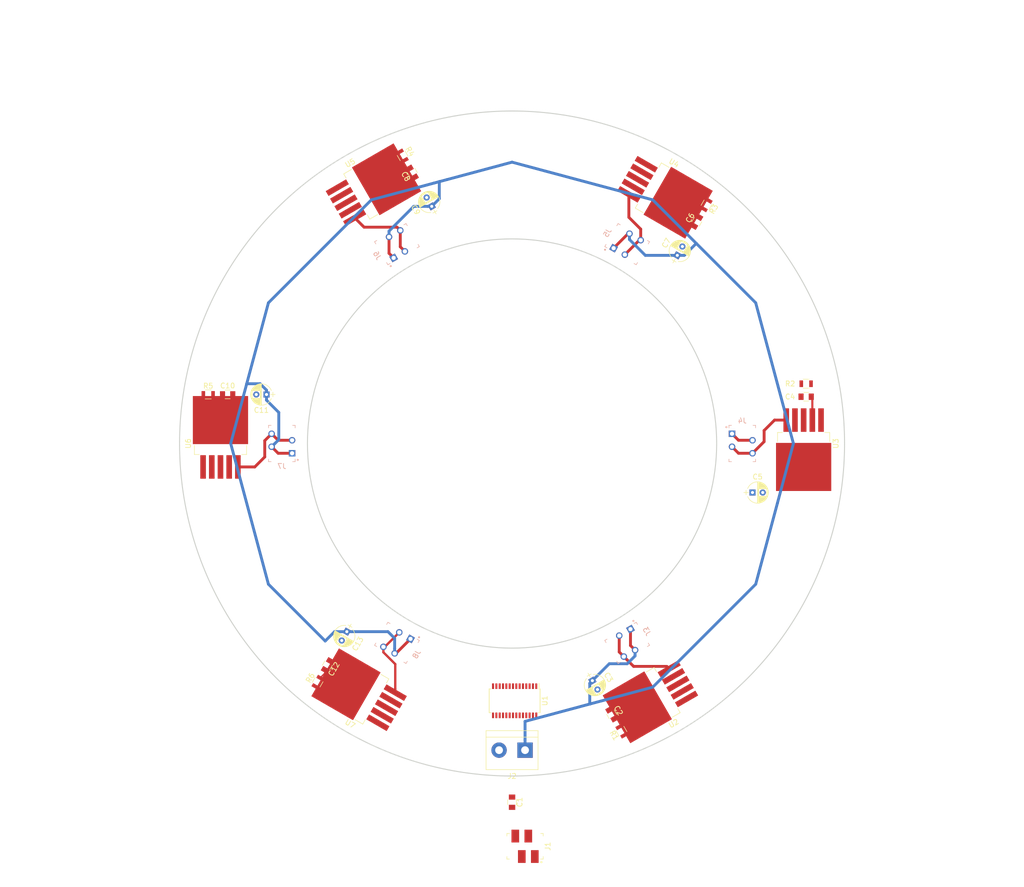
<source format=kicad_pcb>
(kicad_pcb (version 20170123) (host pcbnew "(2017-05-08 revision d4e41c4f9)-makepkg")

  (general
    (links 92)
    (no_connects 66)
    (area -100.100001 -86.700001 100.100001 86.700001)
    (thickness 1.6)
    (drawings 6)
    (tracks 109)
    (zones 0)
    (modules 34)
    (nets 24)
  )

  (page A4)
  (layers
    (0 F.Cu signal)
    (31 B.Cu signal)
    (32 B.Adhes user)
    (33 F.Adhes user)
    (34 B.Paste user)
    (35 F.Paste user)
    (36 B.SilkS user)
    (37 F.SilkS user)
    (38 B.Mask user)
    (39 F.Mask user)
    (40 Dwgs.User user)
    (41 Cmts.User user)
    (42 Eco1.User user)
    (43 Eco2.User user)
    (44 Edge.Cuts user)
    (45 Margin user)
    (46 B.CrtYd user)
    (47 F.CrtYd user)
    (48 B.Fab user)
    (49 F.Fab user)
  )

  (setup
    (last_trace_width 0.4064)
    (trace_clearance 0.4064)
    (zone_clearance 0.508)
    (zone_45_only no)
    (trace_min 0.254)
    (segment_width 0.2)
    (edge_width 0.2)
    (via_size 0.6)
    (via_drill 0.4)
    (via_min_size 0.4)
    (via_min_drill 0.3)
    (uvia_size 0.3)
    (uvia_drill 0.1)
    (uvias_allowed no)
    (uvia_min_size 0.2)
    (uvia_min_drill 0.1)
    (pcb_text_width 0.3)
    (pcb_text_size 1.5 1.5)
    (mod_edge_width 0.15)
    (mod_text_size 1 1)
    (mod_text_width 0.15)
    (pad_size 1.2 1.2)
    (pad_drill 0.6)
    (pad_to_mask_clearance 0.2)
    (aux_axis_origin -471.805 113.03)
    (visible_elements FFFFAF7F)
    (pcbplotparams
      (layerselection 0x00030_80000001)
      (usegerberextensions false)
      (excludeedgelayer true)
      (linewidth 0.150000)
      (plotframeref false)
      (viasonmask false)
      (mode 1)
      (useauxorigin false)
      (hpglpennumber 1)
      (hpglpenspeed 20)
      (hpglpendiameter 15)
      (psnegative false)
      (psa4output false)
      (plotreference true)
      (plotvalue true)
      (plotinvisibletext false)
      (padsonsilk false)
      (subtractmaskfromsilk false)
      (outputformat 1)
      (mirror false)
      (drillshape 1)
      (scaleselection 1)
      (outputdirectory ""))
  )

  (net 0 "")
  (net 1 +5V)
  (net 2 GND)
  (net 3 VLED)
  (net 4 SDA)
  (net 5 N$1)
  (net 6 N$3)
  (net 7 N$5)
  (net 8 N$7)
  (net 9 N$9)
  (net 10 N$11)
  (net 11 N$2)
  (net 12 N$4)
  (net 13 N$6)
  (net 14 N$8)
  (net 15 N$10)
  (net 16 N$12)
  (net 17 CTRL1)
  (net 18 CTRL2)
  (net 19 CTRL3)
  (net 20 CTRL4)
  (net 21 SCL)
  (net 22 CTRL5)
  (net 23 CTRL6)

  (net_class Default "This is the default net class."
    (clearance 0.4064)
    (trace_width 0.4064)
    (via_dia 0.6)
    (via_drill 0.4)
    (uvia_dia 0.3)
    (uvia_drill 0.1)
    (diff_pair_gap 0.25)
    (diff_pair_width 0.4064)
    (add_net +5V)
    (add_net CTRL1)
    (add_net CTRL2)
    (add_net CTRL3)
    (add_net CTRL4)
    (add_net CTRL5)
    (add_net CTRL6)
    (add_net GND)
    (add_net N$1)
    (add_net N$10)
    (add_net N$11)
    (add_net N$12)
    (add_net N$2)
    (add_net N$3)
    (add_net N$4)
    (add_net N$5)
    (add_net N$6)
    (add_net N$7)
    (add_net N$8)
    (add_net N$9)
    (add_net SCL)
    (add_net SDA)
  )

  (net_class vled ""
    (clearance 0.508)
    (trace_width 0.508)
    (via_dia 0.6)
    (via_drill 0.4)
    (uvia_dia 0.3)
    (uvia_drill 0.1)
    (diff_pair_gap 0.25)
    (diff_pair_width 0.508)
    (add_net VLED)
  )

  (module Capacitors_THT:CP_Radial_D4.0mm_P2.00mm (layer F.Cu) (tedit 58765D06) (tstamp 590405B9)
    (at 47 9.58)
    (descr "CP, Radial series, Radial, pin pitch=2.00mm, , diameter=4mm, Electrolytic Capacitor")
    (tags "CP Radial series Radial pin pitch 2.00mm  diameter 4mm Electrolytic Capacitor")
    (fp_text reference C5 (at 1 -3.06) (layer F.SilkS)
      (effects (font (size 1 1) (thickness 0.15)))
    )
    (fp_text value 100n (at 1 3.06) (layer F.Fab)
      (effects (font (size 1 1) (thickness 0.15)))
    )
    (fp_arc (start 1 0) (end -0.938995 -0.78) (angle 136.2) (layer F.SilkS) (width 0.12))
    (fp_arc (start 1 0) (end -0.938995 0.78) (angle -136.2) (layer F.SilkS) (width 0.12))
    (fp_arc (start 1 0) (end 2.938995 -0.78) (angle 43.8) (layer F.SilkS) (width 0.12))
    (fp_circle (center 1 0) (end 3 0) (layer F.Fab) (width 0.1))
    (fp_line (start -1.7 0) (end -0.8 0) (layer F.Fab) (width 0.1))
    (fp_line (start -1.25 -0.45) (end -1.25 0.45) (layer F.Fab) (width 0.1))
    (fp_line (start 1 -2.05) (end 1 2.05) (layer F.SilkS) (width 0.12))
    (fp_line (start 1.04 -2.05) (end 1.04 2.05) (layer F.SilkS) (width 0.12))
    (fp_line (start 1.08 -2.049) (end 1.08 2.049) (layer F.SilkS) (width 0.12))
    (fp_line (start 1.12 -2.047) (end 1.12 2.047) (layer F.SilkS) (width 0.12))
    (fp_line (start 1.16 -2.044) (end 1.16 2.044) (layer F.SilkS) (width 0.12))
    (fp_line (start 1.2 -2.041) (end 1.2 2.041) (layer F.SilkS) (width 0.12))
    (fp_line (start 1.24 -2.037) (end 1.24 -0.78) (layer F.SilkS) (width 0.12))
    (fp_line (start 1.24 0.78) (end 1.24 2.037) (layer F.SilkS) (width 0.12))
    (fp_line (start 1.28 -2.032) (end 1.28 -0.78) (layer F.SilkS) (width 0.12))
    (fp_line (start 1.28 0.78) (end 1.28 2.032) (layer F.SilkS) (width 0.12))
    (fp_line (start 1.32 -2.026) (end 1.32 -0.78) (layer F.SilkS) (width 0.12))
    (fp_line (start 1.32 0.78) (end 1.32 2.026) (layer F.SilkS) (width 0.12))
    (fp_line (start 1.36 -2.019) (end 1.36 -0.78) (layer F.SilkS) (width 0.12))
    (fp_line (start 1.36 0.78) (end 1.36 2.019) (layer F.SilkS) (width 0.12))
    (fp_line (start 1.4 -2.012) (end 1.4 -0.78) (layer F.SilkS) (width 0.12))
    (fp_line (start 1.4 0.78) (end 1.4 2.012) (layer F.SilkS) (width 0.12))
    (fp_line (start 1.44 -2.004) (end 1.44 -0.78) (layer F.SilkS) (width 0.12))
    (fp_line (start 1.44 0.78) (end 1.44 2.004) (layer F.SilkS) (width 0.12))
    (fp_line (start 1.48 -1.995) (end 1.48 -0.78) (layer F.SilkS) (width 0.12))
    (fp_line (start 1.48 0.78) (end 1.48 1.995) (layer F.SilkS) (width 0.12))
    (fp_line (start 1.52 -1.985) (end 1.52 -0.78) (layer F.SilkS) (width 0.12))
    (fp_line (start 1.52 0.78) (end 1.52 1.985) (layer F.SilkS) (width 0.12))
    (fp_line (start 1.56 -1.974) (end 1.56 -0.78) (layer F.SilkS) (width 0.12))
    (fp_line (start 1.56 0.78) (end 1.56 1.974) (layer F.SilkS) (width 0.12))
    (fp_line (start 1.6 -1.963) (end 1.6 -0.78) (layer F.SilkS) (width 0.12))
    (fp_line (start 1.6 0.78) (end 1.6 1.963) (layer F.SilkS) (width 0.12))
    (fp_line (start 1.64 -1.95) (end 1.64 -0.78) (layer F.SilkS) (width 0.12))
    (fp_line (start 1.64 0.78) (end 1.64 1.95) (layer F.SilkS) (width 0.12))
    (fp_line (start 1.68 -1.937) (end 1.68 -0.78) (layer F.SilkS) (width 0.12))
    (fp_line (start 1.68 0.78) (end 1.68 1.937) (layer F.SilkS) (width 0.12))
    (fp_line (start 1.721 -1.923) (end 1.721 -0.78) (layer F.SilkS) (width 0.12))
    (fp_line (start 1.721 0.78) (end 1.721 1.923) (layer F.SilkS) (width 0.12))
    (fp_line (start 1.761 -1.907) (end 1.761 -0.78) (layer F.SilkS) (width 0.12))
    (fp_line (start 1.761 0.78) (end 1.761 1.907) (layer F.SilkS) (width 0.12))
    (fp_line (start 1.801 -1.891) (end 1.801 -0.78) (layer F.SilkS) (width 0.12))
    (fp_line (start 1.801 0.78) (end 1.801 1.891) (layer F.SilkS) (width 0.12))
    (fp_line (start 1.841 -1.874) (end 1.841 -0.78) (layer F.SilkS) (width 0.12))
    (fp_line (start 1.841 0.78) (end 1.841 1.874) (layer F.SilkS) (width 0.12))
    (fp_line (start 1.881 -1.856) (end 1.881 -0.78) (layer F.SilkS) (width 0.12))
    (fp_line (start 1.881 0.78) (end 1.881 1.856) (layer F.SilkS) (width 0.12))
    (fp_line (start 1.921 -1.837) (end 1.921 -0.78) (layer F.SilkS) (width 0.12))
    (fp_line (start 1.921 0.78) (end 1.921 1.837) (layer F.SilkS) (width 0.12))
    (fp_line (start 1.961 -1.817) (end 1.961 -0.78) (layer F.SilkS) (width 0.12))
    (fp_line (start 1.961 0.78) (end 1.961 1.817) (layer F.SilkS) (width 0.12))
    (fp_line (start 2.001 -1.796) (end 2.001 -0.78) (layer F.SilkS) (width 0.12))
    (fp_line (start 2.001 0.78) (end 2.001 1.796) (layer F.SilkS) (width 0.12))
    (fp_line (start 2.041 -1.773) (end 2.041 -0.78) (layer F.SilkS) (width 0.12))
    (fp_line (start 2.041 0.78) (end 2.041 1.773) (layer F.SilkS) (width 0.12))
    (fp_line (start 2.081 -1.75) (end 2.081 -0.78) (layer F.SilkS) (width 0.12))
    (fp_line (start 2.081 0.78) (end 2.081 1.75) (layer F.SilkS) (width 0.12))
    (fp_line (start 2.121 -1.725) (end 2.121 -0.78) (layer F.SilkS) (width 0.12))
    (fp_line (start 2.121 0.78) (end 2.121 1.725) (layer F.SilkS) (width 0.12))
    (fp_line (start 2.161 -1.699) (end 2.161 -0.78) (layer F.SilkS) (width 0.12))
    (fp_line (start 2.161 0.78) (end 2.161 1.699) (layer F.SilkS) (width 0.12))
    (fp_line (start 2.201 -1.672) (end 2.201 -0.78) (layer F.SilkS) (width 0.12))
    (fp_line (start 2.201 0.78) (end 2.201 1.672) (layer F.SilkS) (width 0.12))
    (fp_line (start 2.241 -1.643) (end 2.241 -0.78) (layer F.SilkS) (width 0.12))
    (fp_line (start 2.241 0.78) (end 2.241 1.643) (layer F.SilkS) (width 0.12))
    (fp_line (start 2.281 -1.613) (end 2.281 -0.78) (layer F.SilkS) (width 0.12))
    (fp_line (start 2.281 0.78) (end 2.281 1.613) (layer F.SilkS) (width 0.12))
    (fp_line (start 2.321 -1.581) (end 2.321 -0.78) (layer F.SilkS) (width 0.12))
    (fp_line (start 2.321 0.78) (end 2.321 1.581) (layer F.SilkS) (width 0.12))
    (fp_line (start 2.361 -1.547) (end 2.361 -0.78) (layer F.SilkS) (width 0.12))
    (fp_line (start 2.361 0.78) (end 2.361 1.547) (layer F.SilkS) (width 0.12))
    (fp_line (start 2.401 -1.512) (end 2.401 -0.78) (layer F.SilkS) (width 0.12))
    (fp_line (start 2.401 0.78) (end 2.401 1.512) (layer F.SilkS) (width 0.12))
    (fp_line (start 2.441 -1.475) (end 2.441 -0.78) (layer F.SilkS) (width 0.12))
    (fp_line (start 2.441 0.78) (end 2.441 1.475) (layer F.SilkS) (width 0.12))
    (fp_line (start 2.481 -1.436) (end 2.481 -0.78) (layer F.SilkS) (width 0.12))
    (fp_line (start 2.481 0.78) (end 2.481 1.436) (layer F.SilkS) (width 0.12))
    (fp_line (start 2.521 -1.395) (end 2.521 -0.78) (layer F.SilkS) (width 0.12))
    (fp_line (start 2.521 0.78) (end 2.521 1.395) (layer F.SilkS) (width 0.12))
    (fp_line (start 2.561 -1.351) (end 2.561 -0.78) (layer F.SilkS) (width 0.12))
    (fp_line (start 2.561 0.78) (end 2.561 1.351) (layer F.SilkS) (width 0.12))
    (fp_line (start 2.601 -1.305) (end 2.601 -0.78) (layer F.SilkS) (width 0.12))
    (fp_line (start 2.601 0.78) (end 2.601 1.305) (layer F.SilkS) (width 0.12))
    (fp_line (start 2.641 -1.256) (end 2.641 -0.78) (layer F.SilkS) (width 0.12))
    (fp_line (start 2.641 0.78) (end 2.641 1.256) (layer F.SilkS) (width 0.12))
    (fp_line (start 2.681 -1.204) (end 2.681 -0.78) (layer F.SilkS) (width 0.12))
    (fp_line (start 2.681 0.78) (end 2.681 1.204) (layer F.SilkS) (width 0.12))
    (fp_line (start 2.721 -1.148) (end 2.721 -0.78) (layer F.SilkS) (width 0.12))
    (fp_line (start 2.721 0.78) (end 2.721 1.148) (layer F.SilkS) (width 0.12))
    (fp_line (start 2.761 -1.088) (end 2.761 -0.78) (layer F.SilkS) (width 0.12))
    (fp_line (start 2.761 0.78) (end 2.761 1.088) (layer F.SilkS) (width 0.12))
    (fp_line (start 2.801 -1.023) (end 2.801 1.023) (layer F.SilkS) (width 0.12))
    (fp_line (start 2.841 -0.952) (end 2.841 0.952) (layer F.SilkS) (width 0.12))
    (fp_line (start 2.881 -0.874) (end 2.881 0.874) (layer F.SilkS) (width 0.12))
    (fp_line (start 2.921 -0.786) (end 2.921 0.786) (layer F.SilkS) (width 0.12))
    (fp_line (start 2.961 -0.686) (end 2.961 0.686) (layer F.SilkS) (width 0.12))
    (fp_line (start 3.001 -0.567) (end 3.001 0.567) (layer F.SilkS) (width 0.12))
    (fp_line (start 3.041 -0.415) (end 3.041 0.415) (layer F.SilkS) (width 0.12))
    (fp_line (start 3.081 -0.165) (end 3.081 0.165) (layer F.SilkS) (width 0.12))
    (fp_line (start -1.7 0) (end -0.8 0) (layer F.SilkS) (width 0.12))
    (fp_line (start -1.25 -0.45) (end -1.25 0.45) (layer F.SilkS) (width 0.12))
    (fp_line (start -1.35 -2.35) (end -1.35 2.35) (layer F.CrtYd) (width 0.05))
    (fp_line (start -1.35 2.35) (end 3.35 2.35) (layer F.CrtYd) (width 0.05))
    (fp_line (start 3.35 2.35) (end 3.35 -2.35) (layer F.CrtYd) (width 0.05))
    (fp_line (start 3.35 -2.35) (end -1.35 -2.35) (layer F.CrtYd) (width 0.05))
    (pad 1 thru_hole rect (at 0 0) (size 1.2 1.2) (drill 0.6) (layers *.Cu *.Mask)
      (net 3 VLED))
    (pad 2 thru_hole circle (at 2 0) (size 1.2 1.2) (drill 0.6) (layers *.Cu *.Mask)
      (net 2 GND))
    (model Capacitors_THT.3dshapes/CP_Radial_D4.0mm_P2.00mm.wrl
      (at (xyz 0 0 0))
      (scale (xyz 0.393701 0.393701 0.393701))
      (rotate (xyz 0 0 0))
    )
  )

  (module Capacitors_SMD:C_0805 (layer F.Cu) (tedit 58AA8463) (tstamp 590404BB)
    (at 0 70.12 270)
    (descr "Capacitor SMD 0805, reflow soldering, AVX (see smccp.pdf)")
    (tags "capacitor 0805")
    (attr smd)
    (fp_text reference C1 (at 0 -1.5 270) (layer F.SilkS)
      (effects (font (size 1 1) (thickness 0.15)))
    )
    (fp_text value 100n (at 0 1.75 270) (layer F.Fab)
      (effects (font (size 1 1) (thickness 0.15)))
    )
    (fp_text user %R (at 0 -1.5 270) (layer F.Fab)
      (effects (font (size 1 1) (thickness 0.15)))
    )
    (fp_line (start -1 0.62) (end -1 -0.62) (layer F.Fab) (width 0.1))
    (fp_line (start 1 0.62) (end -1 0.62) (layer F.Fab) (width 0.1))
    (fp_line (start 1 -0.62) (end 1 0.62) (layer F.Fab) (width 0.1))
    (fp_line (start -1 -0.62) (end 1 -0.62) (layer F.Fab) (width 0.1))
    (fp_line (start 0.5 -0.85) (end -0.5 -0.85) (layer F.SilkS) (width 0.12))
    (fp_line (start -0.5 0.85) (end 0.5 0.85) (layer F.SilkS) (width 0.12))
    (fp_line (start -1.75 -0.88) (end 1.75 -0.88) (layer F.CrtYd) (width 0.05))
    (fp_line (start -1.75 -0.88) (end -1.75 0.87) (layer F.CrtYd) (width 0.05))
    (fp_line (start 1.75 0.87) (end 1.75 -0.88) (layer F.CrtYd) (width 0.05))
    (fp_line (start 1.75 0.87) (end -1.75 0.87) (layer F.CrtYd) (width 0.05))
    (pad 1 smd rect (at -1 0 270) (size 1 1.25) (layers F.Cu F.Paste F.Mask)
      (net 1 +5V))
    (pad 2 smd rect (at 1 0 270) (size 1 1.25) (layers F.Cu F.Paste F.Mask)
      (net 2 GND))
    (model Capacitors_SMD.3dshapes/C_0805.wrl
      (at (xyz 0 0 0))
      (scale (xyz 1 1 1))
      (rotate (xyz 0 0 0))
    )
  )

  (module Capacitors_SMD:C_0805 (layer F.Cu) (tedit 58AA8463) (tstamp 590404CC)
    (at 19.49 52.95 300)
    (descr "Capacitor SMD 0805, reflow soldering, AVX (see smccp.pdf)")
    (tags "capacitor 0805")
    (attr smd)
    (fp_text reference C2 (at 0 -1.5 300) (layer F.SilkS)
      (effects (font (size 1 1) (thickness 0.15)))
    )
    (fp_text value 100n (at 0 1.75 300) (layer F.Fab)
      (effects (font (size 1 1) (thickness 0.15)))
    )
    (fp_text user %R (at 0 -1.5 300) (layer F.Fab)
      (effects (font (size 1 1) (thickness 0.15)))
    )
    (fp_line (start -1 0.62) (end -1 -0.62) (layer F.Fab) (width 0.1))
    (fp_line (start 1 0.62) (end -1 0.62) (layer F.Fab) (width 0.1))
    (fp_line (start 1 -0.62) (end 1 0.62) (layer F.Fab) (width 0.1))
    (fp_line (start -1 -0.62) (end 1 -0.62) (layer F.Fab) (width 0.1))
    (fp_line (start 0.5 -0.85) (end -0.5 -0.85) (layer F.SilkS) (width 0.12))
    (fp_line (start -0.5 0.85) (end 0.5 0.85) (layer F.SilkS) (width 0.12))
    (fp_line (start -1.75 -0.88) (end 1.75 -0.88) (layer F.CrtYd) (width 0.05))
    (fp_line (start -1.75 -0.88) (end -1.75 0.87) (layer F.CrtYd) (width 0.05))
    (fp_line (start 1.75 0.87) (end 1.75 -0.88) (layer F.CrtYd) (width 0.05))
    (fp_line (start 1.75 0.87) (end -1.75 0.87) (layer F.CrtYd) (width 0.05))
    (pad 1 smd rect (at -1 0 300) (size 1 1.25) (layers F.Cu F.Paste F.Mask)
      (net 1 +5V))
    (pad 2 smd rect (at 1 0 300) (size 1 1.25) (layers F.Cu F.Paste F.Mask)
      (net 2 GND))
    (model Capacitors_SMD.3dshapes/C_0805.wrl
      (at (xyz 0 0 0))
      (scale (xyz 1 1 1))
      (rotate (xyz 0 0 0))
    )
  )

  (module Capacitors_THT:CP_Radial_D4.0mm_P2.00mm (layer F.Cu) (tedit 58765D06) (tstamp 5904053A)
    (at 15.7 46.36 300)
    (descr "CP, Radial series, Radial, pin pitch=2.00mm, , diameter=4mm, Electrolytic Capacitor")
    (tags "CP Radial series Radial pin pitch 2.00mm  diameter 4mm Electrolytic Capacitor")
    (fp_text reference C3 (at 1 -3.06 300) (layer F.SilkS)
      (effects (font (size 1 1) (thickness 0.15)))
    )
    (fp_text value 100n (at 1 3.06 300) (layer F.Fab)
      (effects (font (size 1 1) (thickness 0.15)))
    )
    (fp_arc (start 1 0) (end -0.938995 -0.78) (angle 136.2) (layer F.SilkS) (width 0.12))
    (fp_arc (start 1 0) (end -0.938995 0.78) (angle -136.2) (layer F.SilkS) (width 0.12))
    (fp_arc (start 1 0) (end 2.938995 -0.78) (angle 43.8) (layer F.SilkS) (width 0.12))
    (fp_circle (center 1 0) (end 3 0) (layer F.Fab) (width 0.1))
    (fp_line (start -1.7 0) (end -0.8 0) (layer F.Fab) (width 0.1))
    (fp_line (start -1.25 -0.45) (end -1.25 0.45) (layer F.Fab) (width 0.1))
    (fp_line (start 1 -2.05) (end 1 2.05) (layer F.SilkS) (width 0.12))
    (fp_line (start 1.04 -2.05) (end 1.04 2.05) (layer F.SilkS) (width 0.12))
    (fp_line (start 1.08 -2.049) (end 1.08 2.049) (layer F.SilkS) (width 0.12))
    (fp_line (start 1.12 -2.047) (end 1.12 2.047) (layer F.SilkS) (width 0.12))
    (fp_line (start 1.16 -2.044) (end 1.16 2.044) (layer F.SilkS) (width 0.12))
    (fp_line (start 1.2 -2.041) (end 1.2 2.041) (layer F.SilkS) (width 0.12))
    (fp_line (start 1.24 -2.037) (end 1.24 -0.78) (layer F.SilkS) (width 0.12))
    (fp_line (start 1.24 0.78) (end 1.24 2.037) (layer F.SilkS) (width 0.12))
    (fp_line (start 1.28 -2.032) (end 1.28 -0.78) (layer F.SilkS) (width 0.12))
    (fp_line (start 1.28 0.78) (end 1.28 2.032) (layer F.SilkS) (width 0.12))
    (fp_line (start 1.32 -2.026) (end 1.32 -0.78) (layer F.SilkS) (width 0.12))
    (fp_line (start 1.32 0.78) (end 1.32 2.026) (layer F.SilkS) (width 0.12))
    (fp_line (start 1.36 -2.019) (end 1.36 -0.78) (layer F.SilkS) (width 0.12))
    (fp_line (start 1.36 0.78) (end 1.36 2.019) (layer F.SilkS) (width 0.12))
    (fp_line (start 1.4 -2.012) (end 1.4 -0.78) (layer F.SilkS) (width 0.12))
    (fp_line (start 1.4 0.78) (end 1.4 2.012) (layer F.SilkS) (width 0.12))
    (fp_line (start 1.44 -2.004) (end 1.44 -0.78) (layer F.SilkS) (width 0.12))
    (fp_line (start 1.44 0.78) (end 1.44 2.004) (layer F.SilkS) (width 0.12))
    (fp_line (start 1.48 -1.995) (end 1.48 -0.78) (layer F.SilkS) (width 0.12))
    (fp_line (start 1.48 0.78) (end 1.48 1.995) (layer F.SilkS) (width 0.12))
    (fp_line (start 1.52 -1.985) (end 1.52 -0.78) (layer F.SilkS) (width 0.12))
    (fp_line (start 1.52 0.78) (end 1.52 1.985) (layer F.SilkS) (width 0.12))
    (fp_line (start 1.56 -1.974) (end 1.56 -0.78) (layer F.SilkS) (width 0.12))
    (fp_line (start 1.56 0.78) (end 1.56 1.974) (layer F.SilkS) (width 0.12))
    (fp_line (start 1.6 -1.963) (end 1.6 -0.78) (layer F.SilkS) (width 0.12))
    (fp_line (start 1.6 0.78) (end 1.6 1.963) (layer F.SilkS) (width 0.12))
    (fp_line (start 1.64 -1.95) (end 1.64 -0.78) (layer F.SilkS) (width 0.12))
    (fp_line (start 1.64 0.78) (end 1.64 1.95) (layer F.SilkS) (width 0.12))
    (fp_line (start 1.68 -1.937) (end 1.68 -0.78) (layer F.SilkS) (width 0.12))
    (fp_line (start 1.68 0.78) (end 1.68 1.937) (layer F.SilkS) (width 0.12))
    (fp_line (start 1.721 -1.923) (end 1.721 -0.78) (layer F.SilkS) (width 0.12))
    (fp_line (start 1.721 0.78) (end 1.721 1.923) (layer F.SilkS) (width 0.12))
    (fp_line (start 1.761 -1.907) (end 1.761 -0.78) (layer F.SilkS) (width 0.12))
    (fp_line (start 1.761 0.78) (end 1.761 1.907) (layer F.SilkS) (width 0.12))
    (fp_line (start 1.801 -1.891) (end 1.801 -0.78) (layer F.SilkS) (width 0.12))
    (fp_line (start 1.801 0.78) (end 1.801 1.891) (layer F.SilkS) (width 0.12))
    (fp_line (start 1.841 -1.874) (end 1.841 -0.78) (layer F.SilkS) (width 0.12))
    (fp_line (start 1.841 0.78) (end 1.841 1.874) (layer F.SilkS) (width 0.12))
    (fp_line (start 1.881 -1.856) (end 1.881 -0.78) (layer F.SilkS) (width 0.12))
    (fp_line (start 1.881 0.78) (end 1.881 1.856) (layer F.SilkS) (width 0.12))
    (fp_line (start 1.921 -1.837) (end 1.921 -0.78) (layer F.SilkS) (width 0.12))
    (fp_line (start 1.921 0.78) (end 1.921 1.837) (layer F.SilkS) (width 0.12))
    (fp_line (start 1.961 -1.817) (end 1.961 -0.78) (layer F.SilkS) (width 0.12))
    (fp_line (start 1.961 0.78) (end 1.961 1.817) (layer F.SilkS) (width 0.12))
    (fp_line (start 2.001 -1.796) (end 2.001 -0.78) (layer F.SilkS) (width 0.12))
    (fp_line (start 2.001 0.78) (end 2.001 1.796) (layer F.SilkS) (width 0.12))
    (fp_line (start 2.041 -1.773) (end 2.041 -0.78) (layer F.SilkS) (width 0.12))
    (fp_line (start 2.041 0.78) (end 2.041 1.773) (layer F.SilkS) (width 0.12))
    (fp_line (start 2.081 -1.75) (end 2.081 -0.78) (layer F.SilkS) (width 0.12))
    (fp_line (start 2.081 0.78) (end 2.081 1.75) (layer F.SilkS) (width 0.12))
    (fp_line (start 2.121 -1.725) (end 2.121 -0.78) (layer F.SilkS) (width 0.12))
    (fp_line (start 2.121 0.78) (end 2.121 1.725) (layer F.SilkS) (width 0.12))
    (fp_line (start 2.161 -1.699) (end 2.161 -0.78) (layer F.SilkS) (width 0.12))
    (fp_line (start 2.161 0.78) (end 2.161 1.699) (layer F.SilkS) (width 0.12))
    (fp_line (start 2.201 -1.672) (end 2.201 -0.78) (layer F.SilkS) (width 0.12))
    (fp_line (start 2.201 0.78) (end 2.201 1.672) (layer F.SilkS) (width 0.12))
    (fp_line (start 2.241 -1.643) (end 2.241 -0.78) (layer F.SilkS) (width 0.12))
    (fp_line (start 2.241 0.78) (end 2.241 1.643) (layer F.SilkS) (width 0.12))
    (fp_line (start 2.281 -1.613) (end 2.281 -0.78) (layer F.SilkS) (width 0.12))
    (fp_line (start 2.281 0.78) (end 2.281 1.613) (layer F.SilkS) (width 0.12))
    (fp_line (start 2.321 -1.581) (end 2.321 -0.78) (layer F.SilkS) (width 0.12))
    (fp_line (start 2.321 0.78) (end 2.321 1.581) (layer F.SilkS) (width 0.12))
    (fp_line (start 2.361 -1.547) (end 2.361 -0.78) (layer F.SilkS) (width 0.12))
    (fp_line (start 2.361 0.78) (end 2.361 1.547) (layer F.SilkS) (width 0.12))
    (fp_line (start 2.401 -1.512) (end 2.401 -0.78) (layer F.SilkS) (width 0.12))
    (fp_line (start 2.401 0.78) (end 2.401 1.512) (layer F.SilkS) (width 0.12))
    (fp_line (start 2.441 -1.475) (end 2.441 -0.78) (layer F.SilkS) (width 0.12))
    (fp_line (start 2.441 0.78) (end 2.441 1.475) (layer F.SilkS) (width 0.12))
    (fp_line (start 2.481 -1.436) (end 2.481 -0.78) (layer F.SilkS) (width 0.12))
    (fp_line (start 2.481 0.78) (end 2.481 1.436) (layer F.SilkS) (width 0.12))
    (fp_line (start 2.521 -1.395) (end 2.521 -0.78) (layer F.SilkS) (width 0.12))
    (fp_line (start 2.521 0.78) (end 2.521 1.395) (layer F.SilkS) (width 0.12))
    (fp_line (start 2.561 -1.351) (end 2.561 -0.78) (layer F.SilkS) (width 0.12))
    (fp_line (start 2.561 0.78) (end 2.561 1.351) (layer F.SilkS) (width 0.12))
    (fp_line (start 2.601 -1.305) (end 2.601 -0.78) (layer F.SilkS) (width 0.12))
    (fp_line (start 2.601 0.78) (end 2.601 1.305) (layer F.SilkS) (width 0.12))
    (fp_line (start 2.641 -1.256) (end 2.641 -0.78) (layer F.SilkS) (width 0.12))
    (fp_line (start 2.641 0.78) (end 2.641 1.256) (layer F.SilkS) (width 0.12))
    (fp_line (start 2.681 -1.204) (end 2.681 -0.78) (layer F.SilkS) (width 0.12))
    (fp_line (start 2.681 0.78) (end 2.681 1.204) (layer F.SilkS) (width 0.12))
    (fp_line (start 2.721 -1.148) (end 2.721 -0.78) (layer F.SilkS) (width 0.12))
    (fp_line (start 2.721 0.78) (end 2.721 1.148) (layer F.SilkS) (width 0.12))
    (fp_line (start 2.761 -1.088) (end 2.761 -0.78) (layer F.SilkS) (width 0.12))
    (fp_line (start 2.761 0.78) (end 2.761 1.088) (layer F.SilkS) (width 0.12))
    (fp_line (start 2.801 -1.023) (end 2.801 1.023) (layer F.SilkS) (width 0.12))
    (fp_line (start 2.841 -0.952) (end 2.841 0.952) (layer F.SilkS) (width 0.12))
    (fp_line (start 2.881 -0.874) (end 2.881 0.874) (layer F.SilkS) (width 0.12))
    (fp_line (start 2.921 -0.786) (end 2.921 0.786) (layer F.SilkS) (width 0.12))
    (fp_line (start 2.961 -0.686) (end 2.961 0.686) (layer F.SilkS) (width 0.12))
    (fp_line (start 3.001 -0.567) (end 3.001 0.567) (layer F.SilkS) (width 0.12))
    (fp_line (start 3.041 -0.415) (end 3.041 0.415) (layer F.SilkS) (width 0.12))
    (fp_line (start 3.081 -0.165) (end 3.081 0.165) (layer F.SilkS) (width 0.12))
    (fp_line (start -1.7 0) (end -0.8 0) (layer F.SilkS) (width 0.12))
    (fp_line (start -1.25 -0.45) (end -1.25 0.45) (layer F.SilkS) (width 0.12))
    (fp_line (start -1.35 -2.35) (end -1.35 2.35) (layer F.CrtYd) (width 0.05))
    (fp_line (start -1.35 2.35) (end 3.35 2.35) (layer F.CrtYd) (width 0.05))
    (fp_line (start 3.35 2.35) (end 3.35 -2.35) (layer F.CrtYd) (width 0.05))
    (fp_line (start 3.35 -2.35) (end -1.35 -2.35) (layer F.CrtYd) (width 0.05))
    (pad 1 thru_hole rect (at 0 0 300) (size 1.2 1.2) (drill 0.6) (layers *.Cu *.Mask)
      (net 3 VLED))
    (pad 2 thru_hole circle (at 2 0 300) (size 1.2 1.2) (drill 0.6) (layers *.Cu *.Mask)
      (net 2 GND))
    (model Capacitors_THT.3dshapes/CP_Radial_D4.0mm_P2.00mm.wrl
      (at (xyz 0 0 0))
      (scale (xyz 0.393701 0.393701 0.393701))
      (rotate (xyz 0 0 0))
    )
  )

  (module Capacitors_SMD:C_0805 (layer F.Cu) (tedit 58AA8463) (tstamp 5904054B)
    (at 57.492 -9.144 180)
    (descr "Capacitor SMD 0805, reflow soldering, AVX (see smccp.pdf)")
    (tags "capacitor 0805")
    (attr smd)
    (fp_text reference C4 (at 3.136 0 180) (layer F.SilkS)
      (effects (font (size 1 1) (thickness 0.15)))
    )
    (fp_text value 100n (at -8.548 3.048 180) (layer F.Fab)
      (effects (font (size 1 1) (thickness 0.15)))
    )
    (fp_text user %R (at -11.596 3.048 180) (layer F.Fab)
      (effects (font (size 1 1) (thickness 0.15)))
    )
    (fp_line (start -1 0.62) (end -1 -0.62) (layer F.Fab) (width 0.1))
    (fp_line (start 1 0.62) (end -1 0.62) (layer F.Fab) (width 0.1))
    (fp_line (start 1 -0.62) (end 1 0.62) (layer F.Fab) (width 0.1))
    (fp_line (start -1 -0.62) (end 1 -0.62) (layer F.Fab) (width 0.1))
    (fp_line (start 0.5 -0.85) (end -0.5 -0.85) (layer F.SilkS) (width 0.12))
    (fp_line (start -0.5 0.85) (end 0.5 0.85) (layer F.SilkS) (width 0.12))
    (fp_line (start -1.75 -0.88) (end 1.75 -0.88) (layer F.CrtYd) (width 0.05))
    (fp_line (start -1.75 -0.88) (end -1.75 0.87) (layer F.CrtYd) (width 0.05))
    (fp_line (start 1.75 0.87) (end 1.75 -0.88) (layer F.CrtYd) (width 0.05))
    (fp_line (start 1.75 0.87) (end -1.75 0.87) (layer F.CrtYd) (width 0.05))
    (pad 1 smd rect (at -1 0 180) (size 1 1.25) (layers F.Cu F.Paste F.Mask)
      (net 1 +5V))
    (pad 2 smd rect (at 1 0 180) (size 1 1.25) (layers F.Cu F.Paste F.Mask)
      (net 2 GND))
    (model Capacitors_SMD.3dshapes/C_0805.wrl
      (at (xyz 0 0 0))
      (scale (xyz 1 1 1))
      (rotate (xyz 0 0 0))
    )
  )

  (module Capacitors_SMD:C_0805 (layer F.Cu) (tedit 58AA8463) (tstamp 590405CA)
    (at 36.11 -43.35 60)
    (descr "Capacitor SMD 0805, reflow soldering, AVX (see smccp.pdf)")
    (tags "capacitor 0805")
    (attr smd)
    (fp_text reference C6 (at 0 -1.5 60) (layer F.SilkS)
      (effects (font (size 1 1) (thickness 0.15)))
    )
    (fp_text value 100n (at 0 1.75 60) (layer F.Fab)
      (effects (font (size 1 1) (thickness 0.15)))
    )
    (fp_text user %R (at 0 -1.5 60) (layer F.Fab)
      (effects (font (size 1 1) (thickness 0.15)))
    )
    (fp_line (start -1 0.62) (end -1 -0.62) (layer F.Fab) (width 0.1))
    (fp_line (start 1 0.62) (end -1 0.62) (layer F.Fab) (width 0.1))
    (fp_line (start 1 -0.62) (end 1 0.62) (layer F.Fab) (width 0.1))
    (fp_line (start -1 -0.62) (end 1 -0.62) (layer F.Fab) (width 0.1))
    (fp_line (start 0.5 -0.850001) (end -0.5 -0.850001) (layer F.SilkS) (width 0.12))
    (fp_line (start -0.5 0.850001) (end 0.5 0.850001) (layer F.SilkS) (width 0.12))
    (fp_line (start -1.75 -0.879999) (end 1.749999 -0.88) (layer F.CrtYd) (width 0.05))
    (fp_line (start -1.75 -0.879999) (end -1.75 0.87) (layer F.CrtYd) (width 0.05))
    (fp_line (start 1.75 0.87) (end 1.749999 -0.88) (layer F.CrtYd) (width 0.05))
    (fp_line (start 1.75 0.87) (end -1.75 0.87) (layer F.CrtYd) (width 0.05))
    (pad 1 smd rect (at -1 0 60) (size 1 1.25) (layers F.Cu F.Paste F.Mask)
      (net 1 +5V))
    (pad 2 smd rect (at 1 0 60) (size 1 1.25) (layers F.Cu F.Paste F.Mask)
      (net 2 GND))
    (model Capacitors_SMD.3dshapes/C_0805.wrl
      (at (xyz 0 0 0))
      (scale (xyz 1 1 1))
      (rotate (xyz 0 0 0))
    )
  )

  (module Capacitors_THT:CP_Radial_D4.0mm_P2.00mm (layer F.Cu) (tedit 5915F5C7) (tstamp 59040638)
    (at 32.3 -36.78 60)
    (descr "CP, Radial series, Radial, pin pitch=2.00mm, , diameter=4mm, Electrolytic Capacitor")
    (tags "CP Radial series Radial pin pitch 2.00mm  diameter 4mm Electrolytic Capacitor")
    (fp_text reference C7 (at 1 -3.06 60) (layer F.SilkS)
      (effects (font (size 1 1) (thickness 0.15)))
    )
    (fp_text value 100n (at 1 3.06 60) (layer F.Fab)
      (effects (font (size 1 1) (thickness 0.15)))
    )
    (fp_arc (start 1 0) (end -0.938996 -0.78) (angle 136.2) (layer F.SilkS) (width 0.12))
    (fp_arc (start 1 0) (end -0.938995 0.779999) (angle -136.2) (layer F.SilkS) (width 0.12))
    (fp_arc (start 1 0) (end 2.938995 -0.78) (angle 43.8) (layer F.SilkS) (width 0.12))
    (fp_circle (center 1 0) (end 3 0) (layer F.Fab) (width 0.1))
    (fp_line (start -1.7 0) (end -0.8 0) (layer F.Fab) (width 0.1))
    (fp_line (start -1.25 -0.45) (end -1.25 0.45) (layer F.Fab) (width 0.1))
    (fp_line (start 1 -2.05) (end 1 2.05) (layer F.SilkS) (width 0.12))
    (fp_line (start 1.04 -2.05) (end 1.04 2.05) (layer F.SilkS) (width 0.12))
    (fp_line (start 1.08 -2.049) (end 1.08 2.049) (layer F.SilkS) (width 0.12))
    (fp_line (start 1.12 -2.047) (end 1.12 2.047) (layer F.SilkS) (width 0.12))
    (fp_line (start 1.16 -2.044) (end 1.16 2.044) (layer F.SilkS) (width 0.12))
    (fp_line (start 1.2 -2.041) (end 1.2 2.041) (layer F.SilkS) (width 0.12))
    (fp_line (start 1.240001 -2.037) (end 1.240001 -0.78) (layer F.SilkS) (width 0.12))
    (fp_line (start 1.240001 0.78) (end 1.240001 2.037) (layer F.SilkS) (width 0.12))
    (fp_line (start 1.280001 -2.032) (end 1.280001 -0.78) (layer F.SilkS) (width 0.12))
    (fp_line (start 1.280001 0.78) (end 1.28 2.032001) (layer F.SilkS) (width 0.12))
    (fp_line (start 1.32 -2.025999) (end 1.32 -0.78) (layer F.SilkS) (width 0.12))
    (fp_line (start 1.32 0.78) (end 1.320001 2.026) (layer F.SilkS) (width 0.12))
    (fp_line (start 1.360001 -2.019) (end 1.36 -0.78) (layer F.SilkS) (width 0.12))
    (fp_line (start 1.36 0.78) (end 1.360001 2.019) (layer F.SilkS) (width 0.12))
    (fp_line (start 1.4 -2.012) (end 1.4 -0.78) (layer F.SilkS) (width 0.12))
    (fp_line (start 1.4 0.78) (end 1.4 2.012) (layer F.SilkS) (width 0.12))
    (fp_line (start 1.44 -2.004) (end 1.44 -0.78) (layer F.SilkS) (width 0.12))
    (fp_line (start 1.44 0.78) (end 1.44 2.004) (layer F.SilkS) (width 0.12))
    (fp_line (start 1.480001 -1.995) (end 1.48 -0.78) (layer F.SilkS) (width 0.12))
    (fp_line (start 1.48 0.78) (end 1.480001 1.995) (layer F.SilkS) (width 0.12))
    (fp_line (start 1.52 -1.984999) (end 1.52 -0.78) (layer F.SilkS) (width 0.12))
    (fp_line (start 1.52 0.78) (end 1.520001 1.985) (layer F.SilkS) (width 0.12))
    (fp_line (start 1.56 -1.974) (end 1.56 -0.78) (layer F.SilkS) (width 0.12))
    (fp_line (start 1.56 0.78) (end 1.56 1.974) (layer F.SilkS) (width 0.12))
    (fp_line (start 1.6 -1.963) (end 1.6 -0.78) (layer F.SilkS) (width 0.12))
    (fp_line (start 1.6 0.78) (end 1.6 1.963) (layer F.SilkS) (width 0.12))
    (fp_line (start 1.640001 -1.95) (end 1.64 -0.78) (layer F.SilkS) (width 0.12))
    (fp_line (start 1.64 0.78) (end 1.64 1.950001) (layer F.SilkS) (width 0.12))
    (fp_line (start 1.68 -1.937) (end 1.68 -0.78) (layer F.SilkS) (width 0.12))
    (fp_line (start 1.68 0.78) (end 1.68 1.937) (layer F.SilkS) (width 0.12))
    (fp_line (start 1.721 -1.923) (end 1.721 -0.78) (layer F.SilkS) (width 0.12))
    (fp_line (start 1.721 0.78) (end 1.721 1.923) (layer F.SilkS) (width 0.12))
    (fp_line (start 1.761 -1.906999) (end 1.761 -0.78) (layer F.SilkS) (width 0.12))
    (fp_line (start 1.761 0.78) (end 1.761 1.906999) (layer F.SilkS) (width 0.12))
    (fp_line (start 1.801 -1.891) (end 1.801 -0.78) (layer F.SilkS) (width 0.12))
    (fp_line (start 1.801 0.78) (end 1.801 1.891) (layer F.SilkS) (width 0.12))
    (fp_line (start 1.841 -1.874) (end 1.841 -0.78) (layer F.SilkS) (width 0.12))
    (fp_line (start 1.841 0.78) (end 1.841 1.874) (layer F.SilkS) (width 0.12))
    (fp_line (start 1.881 -1.856) (end 1.881 -0.78) (layer F.SilkS) (width 0.12))
    (fp_line (start 1.881 0.78) (end 1.881 1.856) (layer F.SilkS) (width 0.12))
    (fp_line (start 1.921 -1.837) (end 1.921 -0.78) (layer F.SilkS) (width 0.12))
    (fp_line (start 1.921 0.78) (end 1.921 1.837) (layer F.SilkS) (width 0.12))
    (fp_line (start 1.961 -1.817) (end 1.961 -0.78) (layer F.SilkS) (width 0.12))
    (fp_line (start 1.961 0.78) (end 1.961 1.817) (layer F.SilkS) (width 0.12))
    (fp_line (start 2.001 -1.796) (end 2.001 -0.78) (layer F.SilkS) (width 0.12))
    (fp_line (start 2.001 0.78) (end 2.001 1.796) (layer F.SilkS) (width 0.12))
    (fp_line (start 2.041 -1.773) (end 2.041 -0.78) (layer F.SilkS) (width 0.12))
    (fp_line (start 2.041 0.78) (end 2.041 1.773) (layer F.SilkS) (width 0.12))
    (fp_line (start 2.081 -1.75) (end 2.081 -0.78) (layer F.SilkS) (width 0.12))
    (fp_line (start 2.081 0.78) (end 2.081 1.75) (layer F.SilkS) (width 0.12))
    (fp_line (start 2.121 -1.725) (end 2.121 -0.78) (layer F.SilkS) (width 0.12))
    (fp_line (start 2.121 0.78) (end 2.121 1.725) (layer F.SilkS) (width 0.12))
    (fp_line (start 2.161 -1.699) (end 2.161 -0.78) (layer F.SilkS) (width 0.12))
    (fp_line (start 2.161 0.78) (end 2.161 1.699) (layer F.SilkS) (width 0.12))
    (fp_line (start 2.201 -1.672) (end 2.201 -0.78) (layer F.SilkS) (width 0.12))
    (fp_line (start 2.201 0.78) (end 2.201 1.672) (layer F.SilkS) (width 0.12))
    (fp_line (start 2.241 -1.643) (end 2.241 -0.78) (layer F.SilkS) (width 0.12))
    (fp_line (start 2.241 0.78) (end 2.241 1.643) (layer F.SilkS) (width 0.12))
    (fp_line (start 2.281 -1.613) (end 2.281 -0.78) (layer F.SilkS) (width 0.12))
    (fp_line (start 2.281 0.78) (end 2.281 1.613) (layer F.SilkS) (width 0.12))
    (fp_line (start 2.321 -1.581) (end 2.321 -0.78) (layer F.SilkS) (width 0.12))
    (fp_line (start 2.321 0.78) (end 2.321 1.581) (layer F.SilkS) (width 0.12))
    (fp_line (start 2.361 -1.547) (end 2.361 -0.78) (layer F.SilkS) (width 0.12))
    (fp_line (start 2.361 0.78) (end 2.361 1.547) (layer F.SilkS) (width 0.12))
    (fp_line (start 2.401 -1.512) (end 2.401 -0.78) (layer F.SilkS) (width 0.12))
    (fp_line (start 2.401 0.78) (end 2.401 1.512) (layer F.SilkS) (width 0.12))
    (fp_line (start 2.441 -1.475) (end 2.441 -0.78) (layer F.SilkS) (width 0.12))
    (fp_line (start 2.441 0.78) (end 2.441 1.475) (layer F.SilkS) (width 0.12))
    (fp_line (start 2.481 -1.436) (end 2.481 -0.78) (layer F.SilkS) (width 0.12))
    (fp_line (start 2.481 0.78) (end 2.481 1.436) (layer F.SilkS) (width 0.12))
    (fp_line (start 2.521 -1.395) (end 2.521 -0.78) (layer F.SilkS) (width 0.12))
    (fp_line (start 2.521 0.78) (end 2.521 1.395) (layer F.SilkS) (width 0.12))
    (fp_line (start 2.561 -1.351) (end 2.561 -0.78) (layer F.SilkS) (width 0.12))
    (fp_line (start 2.561 0.78) (end 2.561 1.351) (layer F.SilkS) (width 0.12))
    (fp_line (start 2.601 -1.305) (end 2.601 -0.78) (layer F.SilkS) (width 0.12))
    (fp_line (start 2.601 0.78) (end 2.601 1.305) (layer F.SilkS) (width 0.12))
    (fp_line (start 2.641 -1.256) (end 2.641 -0.78) (layer F.SilkS) (width 0.12))
    (fp_line (start 2.641 0.78) (end 2.641 1.256) (layer F.SilkS) (width 0.12))
    (fp_line (start 2.681 -1.204) (end 2.681 -0.78) (layer F.SilkS) (width 0.12))
    (fp_line (start 2.681 0.78) (end 2.681 1.204) (layer F.SilkS) (width 0.12))
    (fp_line (start 2.721 -1.148) (end 2.721 -0.78) (layer F.SilkS) (width 0.12))
    (fp_line (start 2.721 0.78) (end 2.721 1.148) (layer F.SilkS) (width 0.12))
    (fp_line (start 2.761 -1.088) (end 2.761 -0.78) (layer F.SilkS) (width 0.12))
    (fp_line (start 2.761 0.78) (end 2.761 1.088) (layer F.SilkS) (width 0.12))
    (fp_line (start 2.801 -1.023) (end 2.801 1.023) (layer F.SilkS) (width 0.12))
    (fp_line (start 2.841 -0.952) (end 2.841 0.952) (layer F.SilkS) (width 0.12))
    (fp_line (start 2.881 -0.874) (end 2.881 0.874) (layer F.SilkS) (width 0.12))
    (fp_line (start 2.921 -0.786) (end 2.921 0.786) (layer F.SilkS) (width 0.12))
    (fp_line (start 2.961 -0.686) (end 2.961 0.686) (layer F.SilkS) (width 0.12))
    (fp_line (start 3.001 -0.567) (end 3.001 0.567) (layer F.SilkS) (width 0.12))
    (fp_line (start 3.041 -0.415001) (end 3.041 0.415001) (layer F.SilkS) (width 0.12))
    (fp_line (start 3.081 -0.165) (end 3.081 0.165) (layer F.SilkS) (width 0.12))
    (fp_line (start -1.7 0) (end -0.8 0) (layer F.SilkS) (width 0.12))
    (fp_line (start -1.25 -0.45) (end -1.25 0.45) (layer F.SilkS) (width 0.12))
    (fp_line (start -1.35 -2.35) (end -1.35 2.35) (layer F.CrtYd) (width 0.05))
    (fp_line (start -1.35 2.35) (end 3.35 2.35) (layer F.CrtYd) (width 0.05))
    (fp_line (start 3.35 2.35) (end 3.35 -2.35) (layer F.CrtYd) (width 0.05))
    (fp_line (start 3.35 -2.35) (end -1.35 -2.35) (layer F.CrtYd) (width 0.05))
    (pad 1 thru_hole rect (at 0 0 60) (size 1.2 1.2) (drill 0.6) (layers *.Cu *.Mask)
      (net 3 VLED))
    (pad 2 thru_hole circle (at 2 0 60) (size 1.2 1.2) (drill 0.6) (layers *.Cu *.Mask)
      (net 2 GND))
    (model Capacitors_THT.3dshapes/CP_Radial_D4.0mm_P2.00mm.wrl
      (at (xyz 0 0 0))
      (scale (xyz 0.393701 0.393701 0.393701))
      (rotate (xyz 0 0 0))
    )
  )

  (module Capacitors_SMD:C_0805 (layer F.Cu) (tedit 58AA8463) (tstamp 59040649)
    (at -19.49 -52.95 120)
    (descr "Capacitor SMD 0805, reflow soldering, AVX (see smccp.pdf)")
    (tags "capacitor 0805")
    (attr smd)
    (fp_text reference C8 (at 0 -1.5 120) (layer F.SilkS)
      (effects (font (size 1 1) (thickness 0.15)))
    )
    (fp_text value 100n (at 0 1.75 120) (layer F.Fab)
      (effects (font (size 1 1) (thickness 0.15)))
    )
    (fp_text user %R (at 0 -1.5 120) (layer F.Fab)
      (effects (font (size 1 1) (thickness 0.15)))
    )
    (fp_line (start -1 0.62) (end -1 -0.62) (layer F.Fab) (width 0.1))
    (fp_line (start 1 0.62) (end -1 0.62) (layer F.Fab) (width 0.1))
    (fp_line (start 1 -0.62) (end 1 0.62) (layer F.Fab) (width 0.1))
    (fp_line (start -1 -0.62) (end 1 -0.62) (layer F.Fab) (width 0.1))
    (fp_line (start 0.5 -0.85) (end -0.5 -0.850001) (layer F.SilkS) (width 0.12))
    (fp_line (start -0.5 0.85) (end 0.5 0.850001) (layer F.SilkS) (width 0.12))
    (fp_line (start -1.75 -0.879999) (end 1.749999 -0.88) (layer F.CrtYd) (width 0.05))
    (fp_line (start -1.75 -0.879999) (end -1.75 0.87) (layer F.CrtYd) (width 0.05))
    (fp_line (start 1.75 0.87) (end 1.749999 -0.88) (layer F.CrtYd) (width 0.05))
    (fp_line (start 1.75 0.87) (end -1.75 0.87) (layer F.CrtYd) (width 0.05))
    (pad 1 smd rect (at -1 0 120) (size 1 1.25) (layers F.Cu F.Paste F.Mask)
      (net 1 +5V))
    (pad 2 smd rect (at 1 0 120) (size 1 1.25) (layers F.Cu F.Paste F.Mask)
      (net 2 GND))
    (model Capacitors_SMD.3dshapes/C_0805.wrl
      (at (xyz 0 0 0))
      (scale (xyz 1 1 1))
      (rotate (xyz 0 0 0))
    )
  )

  (module Capacitors_THT:CP_Radial_D4.0mm_P2.00mm (layer F.Cu) (tedit 58765D06) (tstamp 590406B7)
    (at -15.7 -46.36 120)
    (descr "CP, Radial series, Radial, pin pitch=2.00mm, , diameter=4mm, Electrolytic Capacitor")
    (tags "CP Radial series Radial pin pitch 2.00mm  diameter 4mm Electrolytic Capacitor")
    (fp_text reference C9 (at 1 -3.06 120) (layer F.SilkS)
      (effects (font (size 1 1) (thickness 0.15)))
    )
    (fp_text value 100n (at 1 3.06 120) (layer F.Fab)
      (effects (font (size 1 1) (thickness 0.15)))
    )
    (fp_arc (start 1 0) (end -0.938996 -0.78) (angle 136.2) (layer F.SilkS) (width 0.12))
    (fp_arc (start 1 0) (end -0.938995 0.779999) (angle -136.2) (layer F.SilkS) (width 0.12))
    (fp_arc (start 1 0) (end 2.938995 -0.78) (angle 43.8) (layer F.SilkS) (width 0.12))
    (fp_circle (center 1 0) (end 3 0) (layer F.Fab) (width 0.1))
    (fp_line (start -1.7 0) (end -0.8 0) (layer F.Fab) (width 0.1))
    (fp_line (start -1.25 -0.45) (end -1.25 0.45) (layer F.Fab) (width 0.1))
    (fp_line (start 1 -2.05) (end 1 2.05) (layer F.SilkS) (width 0.12))
    (fp_line (start 1.04 -2.05) (end 1.04 2.05) (layer F.SilkS) (width 0.12))
    (fp_line (start 1.08 -2.049) (end 1.08 2.049) (layer F.SilkS) (width 0.12))
    (fp_line (start 1.12 -2.047) (end 1.12 2.047) (layer F.SilkS) (width 0.12))
    (fp_line (start 1.16 -2.044) (end 1.16 2.044) (layer F.SilkS) (width 0.12))
    (fp_line (start 1.2 -2.041) (end 1.2 2.041) (layer F.SilkS) (width 0.12))
    (fp_line (start 1.240001 -2.037) (end 1.240001 -0.78) (layer F.SilkS) (width 0.12))
    (fp_line (start 1.24 0.78) (end 1.24 2.037) (layer F.SilkS) (width 0.12))
    (fp_line (start 1.280001 -2.032) (end 1.280001 -0.78) (layer F.SilkS) (width 0.12))
    (fp_line (start 1.28 0.78) (end 1.28 2.032001) (layer F.SilkS) (width 0.12))
    (fp_line (start 1.32 -2.025999) (end 1.32 -0.78) (layer F.SilkS) (width 0.12))
    (fp_line (start 1.32 0.78) (end 1.320001 2.026) (layer F.SilkS) (width 0.12))
    (fp_line (start 1.36 -2.019) (end 1.36 -0.78) (layer F.SilkS) (width 0.12))
    (fp_line (start 1.36 0.78) (end 1.360001 2.019) (layer F.SilkS) (width 0.12))
    (fp_line (start 1.4 -2.012) (end 1.4 -0.78) (layer F.SilkS) (width 0.12))
    (fp_line (start 1.4 0.78) (end 1.4 2.012) (layer F.SilkS) (width 0.12))
    (fp_line (start 1.44 -2.004) (end 1.44 -0.78) (layer F.SilkS) (width 0.12))
    (fp_line (start 1.44 0.78) (end 1.44 2.004) (layer F.SilkS) (width 0.12))
    (fp_line (start 1.480001 -1.995) (end 1.48 -0.78) (layer F.SilkS) (width 0.12))
    (fp_line (start 1.48 0.78) (end 1.48 1.995) (layer F.SilkS) (width 0.12))
    (fp_line (start 1.52 -1.984999) (end 1.52 -0.78) (layer F.SilkS) (width 0.12))
    (fp_line (start 1.52 0.78) (end 1.520001 1.985) (layer F.SilkS) (width 0.12))
    (fp_line (start 1.56 -1.974) (end 1.56 -0.78) (layer F.SilkS) (width 0.12))
    (fp_line (start 1.56 0.78) (end 1.56 1.974) (layer F.SilkS) (width 0.12))
    (fp_line (start 1.6 -1.963) (end 1.6 -0.78) (layer F.SilkS) (width 0.12))
    (fp_line (start 1.6 0.78) (end 1.6 1.963) (layer F.SilkS) (width 0.12))
    (fp_line (start 1.640001 -1.95) (end 1.64 -0.78) (layer F.SilkS) (width 0.12))
    (fp_line (start 1.64 0.78) (end 1.64 1.950001) (layer F.SilkS) (width 0.12))
    (fp_line (start 1.68 -1.937) (end 1.68 -0.78) (layer F.SilkS) (width 0.12))
    (fp_line (start 1.68 0.78) (end 1.68 1.937) (layer F.SilkS) (width 0.12))
    (fp_line (start 1.721 -1.923) (end 1.721 -0.78) (layer F.SilkS) (width 0.12))
    (fp_line (start 1.721 0.78) (end 1.721 1.923) (layer F.SilkS) (width 0.12))
    (fp_line (start 1.761 -1.906999) (end 1.761 -0.78) (layer F.SilkS) (width 0.12))
    (fp_line (start 1.761 0.78) (end 1.761 1.907) (layer F.SilkS) (width 0.12))
    (fp_line (start 1.801 -1.891) (end 1.801 -0.78) (layer F.SilkS) (width 0.12))
    (fp_line (start 1.801 0.78) (end 1.801 1.891) (layer F.SilkS) (width 0.12))
    (fp_line (start 1.841 -1.874) (end 1.841 -0.78) (layer F.SilkS) (width 0.12))
    (fp_line (start 1.841 0.78) (end 1.841 1.874) (layer F.SilkS) (width 0.12))
    (fp_line (start 1.881 -1.856) (end 1.881 -0.78) (layer F.SilkS) (width 0.12))
    (fp_line (start 1.881 0.78) (end 1.881 1.856) (layer F.SilkS) (width 0.12))
    (fp_line (start 1.921 -1.837) (end 1.921 -0.78) (layer F.SilkS) (width 0.12))
    (fp_line (start 1.921 0.78) (end 1.921 1.837) (layer F.SilkS) (width 0.12))
    (fp_line (start 1.961 -1.817) (end 1.961 -0.78) (layer F.SilkS) (width 0.12))
    (fp_line (start 1.961 0.78) (end 1.961 1.817) (layer F.SilkS) (width 0.12))
    (fp_line (start 2.001 -1.796) (end 2.001 -0.78) (layer F.SilkS) (width 0.12))
    (fp_line (start 2.001 0.78) (end 2.001 1.796) (layer F.SilkS) (width 0.12))
    (fp_line (start 2.041 -1.773) (end 2.041 -0.78) (layer F.SilkS) (width 0.12))
    (fp_line (start 2.041 0.78) (end 2.041 1.773) (layer F.SilkS) (width 0.12))
    (fp_line (start 2.081 -1.75) (end 2.081 -0.78) (layer F.SilkS) (width 0.12))
    (fp_line (start 2.081 0.78) (end 2.081 1.75) (layer F.SilkS) (width 0.12))
    (fp_line (start 2.121 -1.725) (end 2.121 -0.78) (layer F.SilkS) (width 0.12))
    (fp_line (start 2.121 0.78) (end 2.121 1.725) (layer F.SilkS) (width 0.12))
    (fp_line (start 2.161 -1.699) (end 2.161 -0.78) (layer F.SilkS) (width 0.12))
    (fp_line (start 2.161 0.78) (end 2.161 1.699) (layer F.SilkS) (width 0.12))
    (fp_line (start 2.201 -1.672) (end 2.201 -0.78) (layer F.SilkS) (width 0.12))
    (fp_line (start 2.201 0.78) (end 2.201 1.672) (layer F.SilkS) (width 0.12))
    (fp_line (start 2.241 -1.643) (end 2.241 -0.78) (layer F.SilkS) (width 0.12))
    (fp_line (start 2.241 0.78) (end 2.241 1.643) (layer F.SilkS) (width 0.12))
    (fp_line (start 2.281 -1.613) (end 2.281 -0.78) (layer F.SilkS) (width 0.12))
    (fp_line (start 2.281 0.78) (end 2.281 1.613) (layer F.SilkS) (width 0.12))
    (fp_line (start 2.321 -1.581) (end 2.321 -0.78) (layer F.SilkS) (width 0.12))
    (fp_line (start 2.321 0.78) (end 2.321 1.581) (layer F.SilkS) (width 0.12))
    (fp_line (start 2.361 -1.547) (end 2.361 -0.78) (layer F.SilkS) (width 0.12))
    (fp_line (start 2.361 0.78) (end 2.361 1.547) (layer F.SilkS) (width 0.12))
    (fp_line (start 2.401 -1.512) (end 2.401 -0.78) (layer F.SilkS) (width 0.12))
    (fp_line (start 2.401 0.78) (end 2.401 1.512) (layer F.SilkS) (width 0.12))
    (fp_line (start 2.441 -1.475) (end 2.441 -0.78) (layer F.SilkS) (width 0.12))
    (fp_line (start 2.441 0.78) (end 2.441 1.475) (layer F.SilkS) (width 0.12))
    (fp_line (start 2.481 -1.436) (end 2.481 -0.78) (layer F.SilkS) (width 0.12))
    (fp_line (start 2.481 0.78) (end 2.481 1.436) (layer F.SilkS) (width 0.12))
    (fp_line (start 2.521 -1.395) (end 2.521 -0.78) (layer F.SilkS) (width 0.12))
    (fp_line (start 2.521 0.78) (end 2.521 1.395) (layer F.SilkS) (width 0.12))
    (fp_line (start 2.561 -1.351) (end 2.561 -0.78) (layer F.SilkS) (width 0.12))
    (fp_line (start 2.561 0.78) (end 2.561 1.351) (layer F.SilkS) (width 0.12))
    (fp_line (start 2.601 -1.305) (end 2.601 -0.78) (layer F.SilkS) (width 0.12))
    (fp_line (start 2.601 0.78) (end 2.601 1.305) (layer F.SilkS) (width 0.12))
    (fp_line (start 2.641 -1.256) (end 2.641 -0.78) (layer F.SilkS) (width 0.12))
    (fp_line (start 2.641 0.78) (end 2.641 1.256) (layer F.SilkS) (width 0.12))
    (fp_line (start 2.681 -1.204) (end 2.681 -0.78) (layer F.SilkS) (width 0.12))
    (fp_line (start 2.681 0.78) (end 2.681 1.204) (layer F.SilkS) (width 0.12))
    (fp_line (start 2.721 -1.148) (end 2.721 -0.78) (layer F.SilkS) (width 0.12))
    (fp_line (start 2.721 0.78) (end 2.721 1.148) (layer F.SilkS) (width 0.12))
    (fp_line (start 2.761 -1.088) (end 2.761 -0.78) (layer F.SilkS) (width 0.12))
    (fp_line (start 2.761 0.78) (end 2.761 1.088) (layer F.SilkS) (width 0.12))
    (fp_line (start 2.801 -1.023) (end 2.801 1.023) (layer F.SilkS) (width 0.12))
    (fp_line (start 2.841 -0.952) (end 2.841 0.952) (layer F.SilkS) (width 0.12))
    (fp_line (start 2.881 -0.874) (end 2.881 0.874) (layer F.SilkS) (width 0.12))
    (fp_line (start 2.921 -0.786) (end 2.921 0.786) (layer F.SilkS) (width 0.12))
    (fp_line (start 2.961 -0.686) (end 2.961 0.686) (layer F.SilkS) (width 0.12))
    (fp_line (start 3.001 -0.567) (end 3.001 0.567) (layer F.SilkS) (width 0.12))
    (fp_line (start 3.041 -0.415001) (end 3.041 0.415) (layer F.SilkS) (width 0.12))
    (fp_line (start 3.081 -0.165) (end 3.081 0.165) (layer F.SilkS) (width 0.12))
    (fp_line (start -1.7 0) (end -0.8 0) (layer F.SilkS) (width 0.12))
    (fp_line (start -1.25 -0.45) (end -1.25 0.45) (layer F.SilkS) (width 0.12))
    (fp_line (start -1.35 -2.35) (end -1.35 2.35) (layer F.CrtYd) (width 0.05))
    (fp_line (start -1.35 2.35) (end 3.35 2.35) (layer F.CrtYd) (width 0.05))
    (fp_line (start 3.35 2.35) (end 3.35 -2.35) (layer F.CrtYd) (width 0.05))
    (fp_line (start 3.35 -2.35) (end -1.35 -2.35) (layer F.CrtYd) (width 0.05))
    (pad 1 thru_hole rect (at 0 0 120) (size 1.2 1.2) (drill 0.6) (layers *.Cu *.Mask)
      (net 3 VLED))
    (pad 2 thru_hole circle (at 2 0 120) (size 1.2 1.2) (drill 0.6) (layers *.Cu *.Mask)
      (net 2 GND))
    (model Capacitors_THT.3dshapes/CP_Radial_D4.0mm_P2.00mm.wrl
      (at (xyz 0 0 0))
      (scale (xyz 0.393701 0.393701 0.393701))
      (rotate (xyz 0 0 0))
    )
  )

  (module Capacitors_SMD:C_0805 (layer F.Cu) (tedit 59034F6C) (tstamp 590406C8)
    (at -55.6 -9.6 180)
    (descr "Capacitor SMD 0805, reflow soldering, AVX (see smccp.pdf)")
    (tags "capacitor 0805")
    (attr smd)
    (fp_text reference C10 (at 0 1.684 180) (layer F.SilkS)
      (effects (font (size 1 1) (thickness 0.15)))
    )
    (fp_text value 100n (at 0 1.75 180) (layer F.Fab) hide
      (effects (font (size 1 1) (thickness 0.15)))
    )
    (fp_text user %R (at 0 -1.5 180) (layer F.Fab) hide
      (effects (font (size 1 1) (thickness 0.15)))
    )
    (fp_line (start -1 0.62) (end -1 -0.62) (layer F.Fab) (width 0.1))
    (fp_line (start 1 0.62) (end -1 0.62) (layer F.Fab) (width 0.1))
    (fp_line (start 1 -0.62) (end 1 0.62) (layer F.Fab) (width 0.1))
    (fp_line (start -1 -0.62) (end 1 -0.62) (layer F.Fab) (width 0.1))
    (fp_line (start 0.5 -0.850001) (end -0.5 -0.85) (layer F.SilkS) (width 0.12))
    (fp_line (start -0.5 0.850001) (end 0.5 0.85) (layer F.SilkS) (width 0.12))
    (fp_line (start -1.749999 -0.88) (end 1.75 -0.879999) (layer F.CrtYd) (width 0.05))
    (fp_line (start -1.749999 -0.88) (end -1.75 0.87) (layer F.CrtYd) (width 0.05))
    (fp_line (start 1.75 0.87) (end 1.75 -0.879999) (layer F.CrtYd) (width 0.05))
    (fp_line (start 1.75 0.87) (end -1.75 0.87) (layer F.CrtYd) (width 0.05))
    (pad 1 smd rect (at -1 0 180) (size 1 1.25) (layers F.Cu F.Paste F.Mask)
      (net 1 +5V))
    (pad 2 smd rect (at 1 0 180) (size 1 1.25) (layers F.Cu F.Paste F.Mask)
      (net 2 GND))
    (model Capacitors_SMD.3dshapes/C_0805.wrl
      (at (xyz 0 0 0))
      (scale (xyz 1 1 1))
      (rotate (xyz 0 0 0))
    )
  )

  (module Capacitors_THT:CP_Radial_D4.0mm_P2.00mm (layer F.Cu) (tedit 58765D06) (tstamp 59040736)
    (at -48 -9.58 180)
    (descr "CP, Radial series, Radial, pin pitch=2.00mm, , diameter=4mm, Electrolytic Capacitor")
    (tags "CP Radial series Radial pin pitch 2.00mm  diameter 4mm Electrolytic Capacitor")
    (fp_text reference C11 (at 1 -3.06 180) (layer F.SilkS)
      (effects (font (size 1 1) (thickness 0.15)))
    )
    (fp_text value 100n (at 1 3.06 180) (layer F.Fab)
      (effects (font (size 1 1) (thickness 0.15)))
    )
    (fp_arc (start 1 0) (end -0.938995 -0.779999) (angle 136.2) (layer F.SilkS) (width 0.12))
    (fp_arc (start 1 0) (end -0.938996 0.78) (angle -136.2) (layer F.SilkS) (width 0.12))
    (fp_arc (start 1 0) (end 2.938995 -0.78) (angle 43.8) (layer F.SilkS) (width 0.12))
    (fp_circle (center 1 0) (end 3 0) (layer F.Fab) (width 0.1))
    (fp_line (start -1.7 0) (end -0.8 0) (layer F.Fab) (width 0.1))
    (fp_line (start -1.25 -0.45) (end -1.25 0.45) (layer F.Fab) (width 0.1))
    (fp_line (start 1 -2.05) (end 1 2.05) (layer F.SilkS) (width 0.12))
    (fp_line (start 1.04 -2.05) (end 1.04 2.05) (layer F.SilkS) (width 0.12))
    (fp_line (start 1.08 -2.049) (end 1.08 2.049) (layer F.SilkS) (width 0.12))
    (fp_line (start 1.12 -2.047) (end 1.12 2.047) (layer F.SilkS) (width 0.12))
    (fp_line (start 1.16 -2.044) (end 1.16 2.044) (layer F.SilkS) (width 0.12))
    (fp_line (start 1.2 -2.041) (end 1.2 2.041) (layer F.SilkS) (width 0.12))
    (fp_line (start 1.24 -2.037) (end 1.24 -0.78) (layer F.SilkS) (width 0.12))
    (fp_line (start 1.240001 0.78) (end 1.240001 2.037) (layer F.SilkS) (width 0.12))
    (fp_line (start 1.28 -2.032001) (end 1.28 -0.78) (layer F.SilkS) (width 0.12))
    (fp_line (start 1.280001 0.78) (end 1.280001 2.032) (layer F.SilkS) (width 0.12))
    (fp_line (start 1.320001 -2.026) (end 1.32 -0.78) (layer F.SilkS) (width 0.12))
    (fp_line (start 1.32 0.78) (end 1.32 2.025999) (layer F.SilkS) (width 0.12))
    (fp_line (start 1.360001 -2.019) (end 1.36 -0.78) (layer F.SilkS) (width 0.12))
    (fp_line (start 1.36 0.78) (end 1.36 2.019) (layer F.SilkS) (width 0.12))
    (fp_line (start 1.4 -2.012) (end 1.4 -0.78) (layer F.SilkS) (width 0.12))
    (fp_line (start 1.4 0.78) (end 1.4 2.012) (layer F.SilkS) (width 0.12))
    (fp_line (start 1.44 -2.004) (end 1.44 -0.78) (layer F.SilkS) (width 0.12))
    (fp_line (start 1.44 0.78) (end 1.44 2.004) (layer F.SilkS) (width 0.12))
    (fp_line (start 1.48 -1.995) (end 1.48 -0.78) (layer F.SilkS) (width 0.12))
    (fp_line (start 1.48 0.78) (end 1.480001 1.995) (layer F.SilkS) (width 0.12))
    (fp_line (start 1.520001 -1.985) (end 1.52 -0.78) (layer F.SilkS) (width 0.12))
    (fp_line (start 1.52 0.78) (end 1.52 1.984999) (layer F.SilkS) (width 0.12))
    (fp_line (start 1.56 -1.974) (end 1.56 -0.78) (layer F.SilkS) (width 0.12))
    (fp_line (start 1.56 0.78) (end 1.56 1.974) (layer F.SilkS) (width 0.12))
    (fp_line (start 1.6 -1.963) (end 1.6 -0.78) (layer F.SilkS) (width 0.12))
    (fp_line (start 1.6 0.78) (end 1.6 1.963) (layer F.SilkS) (width 0.12))
    (fp_line (start 1.64 -1.950001) (end 1.64 -0.78) (layer F.SilkS) (width 0.12))
    (fp_line (start 1.64 0.78) (end 1.640001 1.95) (layer F.SilkS) (width 0.12))
    (fp_line (start 1.68 -1.937) (end 1.68 -0.78) (layer F.SilkS) (width 0.12))
    (fp_line (start 1.68 0.78) (end 1.68 1.937) (layer F.SilkS) (width 0.12))
    (fp_line (start 1.721 -1.923) (end 1.721 -0.78) (layer F.SilkS) (width 0.12))
    (fp_line (start 1.721 0.78) (end 1.721 1.923) (layer F.SilkS) (width 0.12))
    (fp_line (start 1.761 -1.907) (end 1.761 -0.78) (layer F.SilkS) (width 0.12))
    (fp_line (start 1.761 0.78) (end 1.761 1.906999) (layer F.SilkS) (width 0.12))
    (fp_line (start 1.801 -1.891) (end 1.801 -0.78) (layer F.SilkS) (width 0.12))
    (fp_line (start 1.801 0.78) (end 1.801 1.891) (layer F.SilkS) (width 0.12))
    (fp_line (start 1.841 -1.874) (end 1.841 -0.78) (layer F.SilkS) (width 0.12))
    (fp_line (start 1.841 0.78) (end 1.841 1.874) (layer F.SilkS) (width 0.12))
    (fp_line (start 1.881 -1.856) (end 1.881 -0.78) (layer F.SilkS) (width 0.12))
    (fp_line (start 1.881 0.78) (end 1.881 1.856) (layer F.SilkS) (width 0.12))
    (fp_line (start 1.921 -1.837) (end 1.921 -0.78) (layer F.SilkS) (width 0.12))
    (fp_line (start 1.921 0.78) (end 1.921 1.837) (layer F.SilkS) (width 0.12))
    (fp_line (start 1.961 -1.817) (end 1.961 -0.78) (layer F.SilkS) (width 0.12))
    (fp_line (start 1.961 0.78) (end 1.961 1.817) (layer F.SilkS) (width 0.12))
    (fp_line (start 2.001 -1.796) (end 2.001 -0.78) (layer F.SilkS) (width 0.12))
    (fp_line (start 2.001 0.78) (end 2.001 1.796) (layer F.SilkS) (width 0.12))
    (fp_line (start 2.041 -1.773) (end 2.041 -0.78) (layer F.SilkS) (width 0.12))
    (fp_line (start 2.041 0.78) (end 2.041 1.773) (layer F.SilkS) (width 0.12))
    (fp_line (start 2.081 -1.75) (end 2.081 -0.78) (layer F.SilkS) (width 0.12))
    (fp_line (start 2.081 0.78) (end 2.081 1.75) (layer F.SilkS) (width 0.12))
    (fp_line (start 2.121 -1.725) (end 2.121 -0.78) (layer F.SilkS) (width 0.12))
    (fp_line (start 2.121 0.78) (end 2.121 1.725) (layer F.SilkS) (width 0.12))
    (fp_line (start 2.161 -1.699) (end 2.161 -0.78) (layer F.SilkS) (width 0.12))
    (fp_line (start 2.161 0.78) (end 2.161 1.699) (layer F.SilkS) (width 0.12))
    (fp_line (start 2.201 -1.672) (end 2.201 -0.78) (layer F.SilkS) (width 0.12))
    (fp_line (start 2.201 0.78) (end 2.201 1.672) (layer F.SilkS) (width 0.12))
    (fp_line (start 2.241 -1.643) (end 2.241 -0.78) (layer F.SilkS) (width 0.12))
    (fp_line (start 2.241 0.78) (end 2.241 1.643) (layer F.SilkS) (width 0.12))
    (fp_line (start 2.281 -1.613) (end 2.281 -0.78) (layer F.SilkS) (width 0.12))
    (fp_line (start 2.281 0.78) (end 2.281 1.613) (layer F.SilkS) (width 0.12))
    (fp_line (start 2.321 -1.581) (end 2.321 -0.78) (layer F.SilkS) (width 0.12))
    (fp_line (start 2.321 0.78) (end 2.321 1.581) (layer F.SilkS) (width 0.12))
    (fp_line (start 2.361 -1.547) (end 2.361 -0.78) (layer F.SilkS) (width 0.12))
    (fp_line (start 2.361 0.78) (end 2.361 1.547) (layer F.SilkS) (width 0.12))
    (fp_line (start 2.401 -1.512) (end 2.401 -0.78) (layer F.SilkS) (width 0.12))
    (fp_line (start 2.401 0.78) (end 2.401 1.512) (layer F.SilkS) (width 0.12))
    (fp_line (start 2.441 -1.475) (end 2.441 -0.78) (layer F.SilkS) (width 0.12))
    (fp_line (start 2.441 0.78) (end 2.441 1.475) (layer F.SilkS) (width 0.12))
    (fp_line (start 2.481 -1.436) (end 2.481 -0.78) (layer F.SilkS) (width 0.12))
    (fp_line (start 2.481 0.78) (end 2.481 1.436) (layer F.SilkS) (width 0.12))
    (fp_line (start 2.521 -1.395) (end 2.521 -0.78) (layer F.SilkS) (width 0.12))
    (fp_line (start 2.521 0.78) (end 2.521 1.395) (layer F.SilkS) (width 0.12))
    (fp_line (start 2.561 -1.351) (end 2.561 -0.78) (layer F.SilkS) (width 0.12))
    (fp_line (start 2.561 0.78) (end 2.561 1.351) (layer F.SilkS) (width 0.12))
    (fp_line (start 2.601 -1.305) (end 2.601 -0.78) (layer F.SilkS) (width 0.12))
    (fp_line (start 2.601 0.78) (end 2.601 1.305) (layer F.SilkS) (width 0.12))
    (fp_line (start 2.641 -1.256) (end 2.641 -0.78) (layer F.SilkS) (width 0.12))
    (fp_line (start 2.641 0.78) (end 2.641 1.256) (layer F.SilkS) (width 0.12))
    (fp_line (start 2.681 -1.204) (end 2.681 -0.78) (layer F.SilkS) (width 0.12))
    (fp_line (start 2.681 0.78) (end 2.681 1.204) (layer F.SilkS) (width 0.12))
    (fp_line (start 2.721 -1.148) (end 2.721 -0.78) (layer F.SilkS) (width 0.12))
    (fp_line (start 2.721 0.78) (end 2.721 1.148) (layer F.SilkS) (width 0.12))
    (fp_line (start 2.761 -1.088) (end 2.761 -0.78) (layer F.SilkS) (width 0.12))
    (fp_line (start 2.761 0.78) (end 2.761 1.088) (layer F.SilkS) (width 0.12))
    (fp_line (start 2.801 -1.023) (end 2.801 1.023) (layer F.SilkS) (width 0.12))
    (fp_line (start 2.841 -0.952) (end 2.841 0.952) (layer F.SilkS) (width 0.12))
    (fp_line (start 2.881 -0.874) (end 2.881 0.874) (layer F.SilkS) (width 0.12))
    (fp_line (start 2.921 -0.786) (end 2.921 0.786) (layer F.SilkS) (width 0.12))
    (fp_line (start 2.961 -0.686) (end 2.961 0.686) (layer F.SilkS) (width 0.12))
    (fp_line (start 3.001 -0.567) (end 3.001 0.567) (layer F.SilkS) (width 0.12))
    (fp_line (start 3.041 -0.415) (end 3.041 0.415001) (layer F.SilkS) (width 0.12))
    (fp_line (start 3.081 -0.165) (end 3.081 0.165) (layer F.SilkS) (width 0.12))
    (fp_line (start -1.7 0) (end -0.8 0) (layer F.SilkS) (width 0.12))
    (fp_line (start -1.25 -0.45) (end -1.25 0.45) (layer F.SilkS) (width 0.12))
    (fp_line (start -1.35 -2.35) (end -1.35 2.35) (layer F.CrtYd) (width 0.05))
    (fp_line (start -1.35 2.35) (end 3.35 2.35) (layer F.CrtYd) (width 0.05))
    (fp_line (start 3.35 2.35) (end 3.35 -2.35) (layer F.CrtYd) (width 0.05))
    (fp_line (start 3.35 -2.35) (end -1.35 -2.35) (layer F.CrtYd) (width 0.05))
    (pad 1 thru_hole rect (at 0 0 180) (size 1.2 1.2) (drill 0.6) (layers *.Cu *.Mask)
      (net 3 VLED))
    (pad 2 thru_hole circle (at 2 0 180) (size 1.2 1.2) (drill 0.6) (layers *.Cu *.Mask)
      (net 2 GND))
    (model Capacitors_THT.3dshapes/CP_Radial_D4.0mm_P2.00mm.wrl
      (at (xyz 0 0 0))
      (scale (xyz 0.393701 0.393701 0.393701))
      (rotate (xyz 0 0 0))
    )
  )

  (module Capacitors_SMD:C_0805 (layer F.Cu) (tedit 58AA8463) (tstamp 59040747)
    (at -36.11 43.35 240)
    (descr "Capacitor SMD 0805, reflow soldering, AVX (see smccp.pdf)")
    (tags "capacitor 0805")
    (attr smd)
    (fp_text reference C12 (at 0 -1.5 240) (layer F.SilkS)
      (effects (font (size 1 1) (thickness 0.15)))
    )
    (fp_text value 100n (at 0 1.75 240) (layer F.Fab)
      (effects (font (size 1 1) (thickness 0.15)))
    )
    (fp_line (start 1.75 0.87) (end -1.75 0.87) (layer F.CrtYd) (width 0.05))
    (fp_line (start 1.75 0.87) (end 1.749999 -0.88) (layer F.CrtYd) (width 0.05))
    (fp_line (start -1.75 -0.879999) (end -1.75 0.87) (layer F.CrtYd) (width 0.05))
    (fp_line (start -1.75 -0.879999) (end 1.749999 -0.88) (layer F.CrtYd) (width 0.05))
    (fp_line (start -0.5 0.850001) (end 0.5 0.850001) (layer F.SilkS) (width 0.12))
    (fp_line (start 0.5 -0.850001) (end -0.5 -0.850001) (layer F.SilkS) (width 0.12))
    (fp_line (start -1 -0.62) (end 1 -0.62) (layer F.Fab) (width 0.1))
    (fp_line (start 1 -0.62) (end 1 0.62) (layer F.Fab) (width 0.1))
    (fp_line (start 1 0.62) (end -1 0.62) (layer F.Fab) (width 0.1))
    (fp_line (start -1 0.62) (end -1 -0.62) (layer F.Fab) (width 0.1))
    (fp_text user %R (at 0 -1.5 240) (layer F.Fab)
      (effects (font (size 1 1) (thickness 0.15)))
    )
    (pad 2 smd rect (at 1 0 240) (size 1 1.25) (layers F.Cu F.Paste F.Mask)
      (net 2 GND))
    (pad 1 smd rect (at -1 0 240) (size 1 1.25) (layers F.Cu F.Paste F.Mask)
      (net 1 +5V))
    (model Capacitors_SMD.3dshapes/C_0805.wrl
      (at (xyz 0 0 0))
      (scale (xyz 1 1 1))
      (rotate (xyz 0 0 0))
    )
  )

  (module Capacitors_THT:CP_Radial_D4.0mm_P2.00mm (layer F.Cu) (tedit 58765D06) (tstamp 590407B5)
    (at -32.3 36.78 240)
    (descr "CP, Radial series, Radial, pin pitch=2.00mm, , diameter=4mm, Electrolytic Capacitor")
    (tags "CP Radial series Radial pin pitch 2.00mm  diameter 4mm Electrolytic Capacitor")
    (fp_text reference C13 (at 1 -3.06 240) (layer F.SilkS)
      (effects (font (size 1 1) (thickness 0.15)))
    )
    (fp_text value 100n (at 1 3.06 240) (layer F.Fab)
      (effects (font (size 1 1) (thickness 0.15)))
    )
    (fp_line (start 3.35 -2.35) (end -1.35 -2.35) (layer F.CrtYd) (width 0.05))
    (fp_line (start 3.35 2.35) (end 3.35 -2.35) (layer F.CrtYd) (width 0.05))
    (fp_line (start -1.35 2.35) (end 3.35 2.35) (layer F.CrtYd) (width 0.05))
    (fp_line (start -1.35 -2.35) (end -1.35 2.35) (layer F.CrtYd) (width 0.05))
    (fp_line (start -1.25 -0.45) (end -1.25 0.45) (layer F.SilkS) (width 0.12))
    (fp_line (start -1.7 0) (end -0.8 0) (layer F.SilkS) (width 0.12))
    (fp_line (start 3.081 -0.165) (end 3.081 0.165) (layer F.SilkS) (width 0.12))
    (fp_line (start 3.041 -0.415001) (end 3.041 0.415001) (layer F.SilkS) (width 0.12))
    (fp_line (start 3.001 -0.567) (end 3.001 0.567) (layer F.SilkS) (width 0.12))
    (fp_line (start 2.961 -0.686) (end 2.961 0.686) (layer F.SilkS) (width 0.12))
    (fp_line (start 2.921 -0.786) (end 2.921 0.786) (layer F.SilkS) (width 0.12))
    (fp_line (start 2.881 -0.874) (end 2.881 0.874) (layer F.SilkS) (width 0.12))
    (fp_line (start 2.841 -0.952) (end 2.841 0.952) (layer F.SilkS) (width 0.12))
    (fp_line (start 2.801 -1.023) (end 2.801 1.023) (layer F.SilkS) (width 0.12))
    (fp_line (start 2.761 0.78) (end 2.761 1.088) (layer F.SilkS) (width 0.12))
    (fp_line (start 2.761 -1.088) (end 2.761 -0.78) (layer F.SilkS) (width 0.12))
    (fp_line (start 2.721 0.78) (end 2.721 1.148) (layer F.SilkS) (width 0.12))
    (fp_line (start 2.721 -1.148) (end 2.721 -0.78) (layer F.SilkS) (width 0.12))
    (fp_line (start 2.681 0.78) (end 2.681 1.204) (layer F.SilkS) (width 0.12))
    (fp_line (start 2.681 -1.204) (end 2.681 -0.78) (layer F.SilkS) (width 0.12))
    (fp_line (start 2.641 0.78) (end 2.641 1.256) (layer F.SilkS) (width 0.12))
    (fp_line (start 2.641 -1.256) (end 2.641 -0.78) (layer F.SilkS) (width 0.12))
    (fp_line (start 2.601 0.78) (end 2.601 1.305) (layer F.SilkS) (width 0.12))
    (fp_line (start 2.601 -1.305) (end 2.601 -0.78) (layer F.SilkS) (width 0.12))
    (fp_line (start 2.561 0.78) (end 2.561 1.351) (layer F.SilkS) (width 0.12))
    (fp_line (start 2.561 -1.351) (end 2.561 -0.78) (layer F.SilkS) (width 0.12))
    (fp_line (start 2.521 0.78) (end 2.521 1.395) (layer F.SilkS) (width 0.12))
    (fp_line (start 2.521 -1.395) (end 2.521 -0.78) (layer F.SilkS) (width 0.12))
    (fp_line (start 2.481 0.78) (end 2.481 1.436) (layer F.SilkS) (width 0.12))
    (fp_line (start 2.481 -1.436) (end 2.481 -0.78) (layer F.SilkS) (width 0.12))
    (fp_line (start 2.441 0.78) (end 2.441 1.475) (layer F.SilkS) (width 0.12))
    (fp_line (start 2.441 -1.475) (end 2.441 -0.78) (layer F.SilkS) (width 0.12))
    (fp_line (start 2.401 0.78) (end 2.401 1.512) (layer F.SilkS) (width 0.12))
    (fp_line (start 2.401 -1.512) (end 2.401 -0.78) (layer F.SilkS) (width 0.12))
    (fp_line (start 2.361 0.78) (end 2.361 1.547) (layer F.SilkS) (width 0.12))
    (fp_line (start 2.361 -1.547) (end 2.361 -0.78) (layer F.SilkS) (width 0.12))
    (fp_line (start 2.321 0.78) (end 2.321 1.581) (layer F.SilkS) (width 0.12))
    (fp_line (start 2.321 -1.581) (end 2.321 -0.78) (layer F.SilkS) (width 0.12))
    (fp_line (start 2.281 0.78) (end 2.281 1.613) (layer F.SilkS) (width 0.12))
    (fp_line (start 2.281 -1.613) (end 2.281 -0.78) (layer F.SilkS) (width 0.12))
    (fp_line (start 2.241 0.78) (end 2.241 1.643) (layer F.SilkS) (width 0.12))
    (fp_line (start 2.241 -1.643) (end 2.241 -0.78) (layer F.SilkS) (width 0.12))
    (fp_line (start 2.201 0.78) (end 2.201 1.672) (layer F.SilkS) (width 0.12))
    (fp_line (start 2.201 -1.672) (end 2.201 -0.78) (layer F.SilkS) (width 0.12))
    (fp_line (start 2.161 0.78) (end 2.161 1.699) (layer F.SilkS) (width 0.12))
    (fp_line (start 2.161 -1.699) (end 2.161 -0.78) (layer F.SilkS) (width 0.12))
    (fp_line (start 2.121 0.78) (end 2.121 1.725) (layer F.SilkS) (width 0.12))
    (fp_line (start 2.121 -1.725) (end 2.121 -0.78) (layer F.SilkS) (width 0.12))
    (fp_line (start 2.081 0.78) (end 2.081 1.75) (layer F.SilkS) (width 0.12))
    (fp_line (start 2.081 -1.75) (end 2.081 -0.78) (layer F.SilkS) (width 0.12))
    (fp_line (start 2.041 0.78) (end 2.041 1.773) (layer F.SilkS) (width 0.12))
    (fp_line (start 2.041 -1.773) (end 2.041 -0.78) (layer F.SilkS) (width 0.12))
    (fp_line (start 2.001 0.78) (end 2.001 1.796) (layer F.SilkS) (width 0.12))
    (fp_line (start 2.001 -1.796) (end 2.001 -0.78) (layer F.SilkS) (width 0.12))
    (fp_line (start 1.961 0.78) (end 1.961 1.817) (layer F.SilkS) (width 0.12))
    (fp_line (start 1.961 -1.817) (end 1.961 -0.78) (layer F.SilkS) (width 0.12))
    (fp_line (start 1.921 0.78) (end 1.921 1.837) (layer F.SilkS) (width 0.12))
    (fp_line (start 1.921 -1.837) (end 1.921 -0.78) (layer F.SilkS) (width 0.12))
    (fp_line (start 1.881 0.78) (end 1.881 1.856) (layer F.SilkS) (width 0.12))
    (fp_line (start 1.881 -1.856) (end 1.881 -0.78) (layer F.SilkS) (width 0.12))
    (fp_line (start 1.841 0.78) (end 1.841 1.874) (layer F.SilkS) (width 0.12))
    (fp_line (start 1.841 -1.874) (end 1.841 -0.78) (layer F.SilkS) (width 0.12))
    (fp_line (start 1.801 0.78) (end 1.801 1.891) (layer F.SilkS) (width 0.12))
    (fp_line (start 1.801 -1.891) (end 1.801 -0.78) (layer F.SilkS) (width 0.12))
    (fp_line (start 1.761 0.78) (end 1.761 1.906999) (layer F.SilkS) (width 0.12))
    (fp_line (start 1.761 -1.906999) (end 1.761 -0.78) (layer F.SilkS) (width 0.12))
    (fp_line (start 1.721 0.78) (end 1.721 1.923) (layer F.SilkS) (width 0.12))
    (fp_line (start 1.721 -1.923) (end 1.721 -0.78) (layer F.SilkS) (width 0.12))
    (fp_line (start 1.68 0.78) (end 1.68 1.937) (layer F.SilkS) (width 0.12))
    (fp_line (start 1.68 -1.937) (end 1.68 -0.78) (layer F.SilkS) (width 0.12))
    (fp_line (start 1.64 0.78) (end 1.64 1.950001) (layer F.SilkS) (width 0.12))
    (fp_line (start 1.640001 -1.95) (end 1.64 -0.78) (layer F.SilkS) (width 0.12))
    (fp_line (start 1.6 0.78) (end 1.6 1.963) (layer F.SilkS) (width 0.12))
    (fp_line (start 1.6 -1.963) (end 1.6 -0.78) (layer F.SilkS) (width 0.12))
    (fp_line (start 1.56 0.78) (end 1.56 1.974) (layer F.SilkS) (width 0.12))
    (fp_line (start 1.56 -1.974) (end 1.56 -0.78) (layer F.SilkS) (width 0.12))
    (fp_line (start 1.52 0.78) (end 1.520001 1.985) (layer F.SilkS) (width 0.12))
    (fp_line (start 1.52 -1.984999) (end 1.52 -0.78) (layer F.SilkS) (width 0.12))
    (fp_line (start 1.48 0.78) (end 1.480001 1.995) (layer F.SilkS) (width 0.12))
    (fp_line (start 1.480001 -1.995) (end 1.48 -0.78) (layer F.SilkS) (width 0.12))
    (fp_line (start 1.44 0.78) (end 1.44 2.004) (layer F.SilkS) (width 0.12))
    (fp_line (start 1.44 -2.004) (end 1.44 -0.78) (layer F.SilkS) (width 0.12))
    (fp_line (start 1.4 0.78) (end 1.4 2.012) (layer F.SilkS) (width 0.12))
    (fp_line (start 1.4 -2.012) (end 1.4 -0.78) (layer F.SilkS) (width 0.12))
    (fp_line (start 1.36 0.78) (end 1.360001 2.019) (layer F.SilkS) (width 0.12))
    (fp_line (start 1.360001 -2.019) (end 1.36 -0.78) (layer F.SilkS) (width 0.12))
    (fp_line (start 1.32 0.78) (end 1.320001 2.026) (layer F.SilkS) (width 0.12))
    (fp_line (start 1.32 -2.025999) (end 1.32 -0.78) (layer F.SilkS) (width 0.12))
    (fp_line (start 1.280001 0.78) (end 1.28 2.032001) (layer F.SilkS) (width 0.12))
    (fp_line (start 1.280001 -2.032) (end 1.280001 -0.78) (layer F.SilkS) (width 0.12))
    (fp_line (start 1.240001 0.78) (end 1.240001 2.037) (layer F.SilkS) (width 0.12))
    (fp_line (start 1.240001 -2.037) (end 1.240001 -0.78) (layer F.SilkS) (width 0.12))
    (fp_line (start 1.2 -2.041) (end 1.2 2.041) (layer F.SilkS) (width 0.12))
    (fp_line (start 1.16 -2.044) (end 1.16 2.044) (layer F.SilkS) (width 0.12))
    (fp_line (start 1.12 -2.047) (end 1.12 2.047) (layer F.SilkS) (width 0.12))
    (fp_line (start 1.08 -2.049) (end 1.08 2.049) (layer F.SilkS) (width 0.12))
    (fp_line (start 1.04 -2.05) (end 1.04 2.05) (layer F.SilkS) (width 0.12))
    (fp_line (start 1 -2.05) (end 1 2.05) (layer F.SilkS) (width 0.12))
    (fp_line (start -1.25 -0.45) (end -1.25 0.45) (layer F.Fab) (width 0.1))
    (fp_line (start -1.7 0) (end -0.8 0) (layer F.Fab) (width 0.1))
    (fp_circle (center 1 0) (end 3 0) (layer F.Fab) (width 0.1))
    (fp_arc (start 1 0) (end 2.938995 -0.78) (angle 43.8) (layer F.SilkS) (width 0.12))
    (fp_arc (start 1 0) (end -0.938995 0.779999) (angle -136.2) (layer F.SilkS) (width 0.12))
    (fp_arc (start 1 0) (end -0.938996 -0.78) (angle 136.2) (layer F.SilkS) (width 0.12))
    (pad 2 thru_hole circle (at 2 0 240) (size 1.2 1.2) (drill 0.6) (layers *.Cu *.Mask)
      (net 2 GND))
    (pad 1 thru_hole rect (at 0 0 240) (size 1.2 1.2) (drill 0.6) (layers *.Cu *.Mask)
      (net 3 VLED))
    (model Capacitors_THT.3dshapes/CP_Radial_D4.0mm_P2.00mm.wrl
      (at (xyz 0 0 0))
      (scale (xyz 0.393701 0.393701 0.393701))
      (rotate (xyz 0 0 0))
    )
  )

  (module Connectors:bornier2 (layer F.Cu) (tedit 587FD522) (tstamp 59040825)
    (at 2.54 59.944 180)
    (descr "Bornier d'alimentation 2 pins")
    (tags DEV)
    (fp_text reference J2 (at 2.54 -5.08 180) (layer F.SilkS)
      (effects (font (size 1 1) (thickness 0.15)))
    )
    (fp_text value CONN_01X02 (at 2.54 5.08 180) (layer F.Fab)
      (effects (font (size 1 1) (thickness 0.15)))
    )
    (fp_line (start -2.41 2.55) (end 7.49 2.55) (layer F.Fab) (width 0.1))
    (fp_line (start -2.46 -3.75) (end -2.46 3.75) (layer F.Fab) (width 0.1))
    (fp_line (start -2.46 3.75) (end 7.54 3.75) (layer F.Fab) (width 0.1))
    (fp_line (start 7.54 3.75) (end 7.54 -3.75) (layer F.Fab) (width 0.1))
    (fp_line (start 7.54 -3.75) (end -2.46 -3.75) (layer F.Fab) (width 0.1))
    (fp_line (start 7.62 2.54) (end -2.54 2.54) (layer F.SilkS) (width 0.12))
    (fp_line (start 7.62 3.81) (end 7.62 -3.81) (layer F.SilkS) (width 0.12))
    (fp_line (start 7.62 -3.81) (end -2.54 -3.81) (layer F.SilkS) (width 0.12))
    (fp_line (start -2.54 -3.81) (end -2.54 3.81) (layer F.SilkS) (width 0.12))
    (fp_line (start -2.54 3.81) (end 7.62 3.81) (layer F.SilkS) (width 0.12))
    (fp_line (start -2.71 -4) (end 7.79 -4) (layer F.CrtYd) (width 0.05))
    (fp_line (start -2.71 -4) (end -2.71 4) (layer F.CrtYd) (width 0.05))
    (fp_line (start 7.79 4) (end 7.79 -4) (layer F.CrtYd) (width 0.05))
    (fp_line (start 7.79 4) (end -2.71 4) (layer F.CrtYd) (width 0.05))
    (pad 1 thru_hole rect (at 0 0 180) (size 3 3) (drill 1.52) (layers *.Cu *.Mask)
      (net 3 VLED))
    (pad 2 thru_hole circle (at 5.08 0 180) (size 3 3) (drill 1.52) (layers *.Cu *.Mask)
      (net 2 GND))
    (model Connectors.3dshapes/bornier2.wrl
      (at (xyz 0 0 0))
      (scale (xyz 1 1 1))
      (rotate (xyz 0 0 0))
    )
  )

  (module Resistors_SMD:R_0805 (layer F.Cu) (tedit 58E0A804) (tstamp 590408FC)
    (at 21.39 56.24 120)
    (descr "Resistor SMD 0805, reflow soldering, Vishay (see dcrcw.pdf)")
    (tags "resistor 0805")
    (attr smd)
    (fp_text reference R1 (at 0 -1.65 120) (layer F.SilkS)
      (effects (font (size 1 1) (thickness 0.15)))
    )
    (fp_text value 1K (at 0 1.75 120) (layer F.Fab)
      (effects (font (size 1 1) (thickness 0.15)))
    )
    (fp_text user %R (at -2.576 0.964 120) (layer F.Fab)
      (effects (font (size 0.5 0.5) (thickness 0.075)))
    )
    (fp_line (start -1 0.62) (end -1 -0.62) (layer F.Fab) (width 0.1))
    (fp_line (start 1 0.62) (end -1 0.62) (layer F.Fab) (width 0.1))
    (fp_line (start 1 -0.62) (end 1 0.62) (layer F.Fab) (width 0.1))
    (fp_line (start -1 -0.62) (end 1 -0.62) (layer F.Fab) (width 0.1))
    (fp_line (start 0.6 0.88) (end -0.6 0.88) (layer F.SilkS) (width 0.12))
    (fp_line (start -0.6 -0.88) (end 0.6 -0.88) (layer F.SilkS) (width 0.12))
    (fp_line (start -1.55 -0.9) (end 1.55 -0.9) (layer F.CrtYd) (width 0.05))
    (fp_line (start -1.55 -0.9) (end -1.55 0.9) (layer F.CrtYd) (width 0.05))
    (fp_line (start 1.55 0.9) (end 1.55 -0.9) (layer F.CrtYd) (width 0.05))
    (fp_line (start 1.55 0.9) (end -1.55 0.9) (layer F.CrtYd) (width 0.05))
    (pad 1 smd rect (at -0.95 0 120) (size 0.7 1.3) (layers F.Cu F.Paste F.Mask)
      (net 11 N$2))
    (pad 2 smd rect (at 0.95 0 120) (size 0.7 1.3) (layers F.Cu F.Paste F.Mask)
      (net 2 GND))
    (model ${KISYS3DMOD}/Resistors_SMD.3dshapes/R_0805.wrl
      (at (xyz 0 0 0))
      (scale (xyz 1 1 1))
      (rotate (xyz 0 0 0))
    )
  )

  (module Resistors_SMD:R_0805 (layer F.Cu) (tedit 58E0A804) (tstamp 5904090D)
    (at 57.492 -11.684)
    (descr "Resistor SMD 0805, reflow soldering, Vishay (see dcrcw.pdf)")
    (tags "resistor 0805")
    (attr smd)
    (fp_text reference R2 (at -3.136 0) (layer F.SilkS)
      (effects (font (size 1 1) (thickness 0.15)))
    )
    (fp_text value 1K (at 9.056 2.032) (layer F.Fab)
      (effects (font (size 1 1) (thickness 0.15)))
    )
    (fp_text user %R (at 7.532 2.032) (layer F.Fab)
      (effects (font (size 0.5 0.5) (thickness 0.075)))
    )
    (fp_line (start -1 0.62) (end -1 -0.62) (layer F.Fab) (width 0.1))
    (fp_line (start 1 0.62) (end -1 0.62) (layer F.Fab) (width 0.1))
    (fp_line (start 1 -0.62) (end 1 0.62) (layer F.Fab) (width 0.1))
    (fp_line (start -1 -0.62) (end 1 -0.62) (layer F.Fab) (width 0.1))
    (fp_line (start 0.6 0.88) (end -0.6 0.88) (layer F.SilkS) (width 0.12))
    (fp_line (start -0.6 -0.88) (end 0.6 -0.88) (layer F.SilkS) (width 0.12))
    (fp_line (start -1.55 -0.9) (end 1.55 -0.9) (layer F.CrtYd) (width 0.05))
    (fp_line (start -1.55 -0.9) (end -1.55 0.9) (layer F.CrtYd) (width 0.05))
    (fp_line (start 1.55 0.9) (end 1.55 -0.9) (layer F.CrtYd) (width 0.05))
    (fp_line (start 1.55 0.9) (end -1.55 0.9) (layer F.CrtYd) (width 0.05))
    (pad 1 smd rect (at -0.95 0) (size 0.7 1.3) (layers F.Cu F.Paste F.Mask)
      (net 12 N$4))
    (pad 2 smd rect (at 0.95 0) (size 0.7 1.3) (layers F.Cu F.Paste F.Mask)
      (net 2 GND))
    (model ${KISYS3DMOD}/Resistors_SMD.3dshapes/R_0805.wrl
      (at (xyz 0 0 0))
      (scale (xyz 1 1 1))
      (rotate (xyz 0 0 0))
    )
  )

  (module Resistors_SMD:R_0805 (layer F.Cu) (tedit 58E0A804) (tstamp 5904091E)
    (at 38.01 -46.64 240)
    (descr "Resistor SMD 0805, reflow soldering, Vishay (see dcrcw.pdf)")
    (tags "resistor 0805")
    (attr smd)
    (fp_text reference R3 (at 0 -1.65 240) (layer F.SilkS)
      (effects (font (size 1 1) (thickness 0.15)))
    )
    (fp_text value 1K (at 0 1.75 240) (layer F.Fab)
      (effects (font (size 1 1) (thickness 0.15)))
    )
    (fp_text user %R (at 0 0 240) (layer F.Fab)
      (effects (font (size 0.5 0.5) (thickness 0.075)))
    )
    (fp_line (start -1 0.62) (end -1 -0.62) (layer F.Fab) (width 0.1))
    (fp_line (start 1 0.62) (end -1 0.62) (layer F.Fab) (width 0.1))
    (fp_line (start 1 -0.62) (end 1 0.62) (layer F.Fab) (width 0.1))
    (fp_line (start -1 -0.62) (end 1 -0.62) (layer F.Fab) (width 0.1))
    (fp_line (start 0.6 0.88) (end -0.6 0.88) (layer F.SilkS) (width 0.12))
    (fp_line (start -0.6 -0.88) (end 0.6 -0.88) (layer F.SilkS) (width 0.12))
    (fp_line (start -1.55 -0.9) (end 1.55 -0.9) (layer F.CrtYd) (width 0.05))
    (fp_line (start -1.55 -0.9) (end -1.55 0.9) (layer F.CrtYd) (width 0.05))
    (fp_line (start 1.55 0.9) (end 1.55 -0.9) (layer F.CrtYd) (width 0.05))
    (fp_line (start 1.55 0.9) (end -1.55 0.9) (layer F.CrtYd) (width 0.05))
    (pad 1 smd rect (at -0.95 0 240) (size 0.7 1.3) (layers F.Cu F.Paste F.Mask)
      (net 13 N$6))
    (pad 2 smd rect (at 0.95 0 240) (size 0.7 1.3) (layers F.Cu F.Paste F.Mask)
      (net 2 GND))
    (model ${KISYS3DMOD}/Resistors_SMD.3dshapes/R_0805.wrl
      (at (xyz 0 0 0))
      (scale (xyz 1 1 1))
      (rotate (xyz 0 0 0))
    )
  )

  (module Resistors_SMD:R_0805 (layer F.Cu) (tedit 58E0A804) (tstamp 5904092F)
    (at -21.39 -56.24 300)
    (descr "Resistor SMD 0805, reflow soldering, Vishay (see dcrcw.pdf)")
    (tags "resistor 0805")
    (attr smd)
    (fp_text reference R4 (at 0 -1.65 300) (layer F.SilkS)
      (effects (font (size 1 1) (thickness 0.15)))
    )
    (fp_text value 1K (at 0 1.75 300) (layer F.Fab)
      (effects (font (size 1 1) (thickness 0.15)))
    )
    (fp_text user %R (at 0 0 300) (layer F.Fab)
      (effects (font (size 0.5 0.5) (thickness 0.075)))
    )
    (fp_line (start -1 0.62) (end -1 -0.62) (layer F.Fab) (width 0.1))
    (fp_line (start 1 0.62) (end -1 0.62) (layer F.Fab) (width 0.1))
    (fp_line (start 1 -0.62) (end 1 0.62) (layer F.Fab) (width 0.1))
    (fp_line (start -1 -0.62) (end 1 -0.62) (layer F.Fab) (width 0.1))
    (fp_line (start 0.6 0.88) (end -0.6 0.88) (layer F.SilkS) (width 0.12))
    (fp_line (start -0.6 -0.88) (end 0.6 -0.88) (layer F.SilkS) (width 0.12))
    (fp_line (start -1.55 -0.9) (end 1.55 -0.9) (layer F.CrtYd) (width 0.05))
    (fp_line (start -1.55 -0.9) (end -1.55 0.9) (layer F.CrtYd) (width 0.05))
    (fp_line (start 1.55 0.9) (end 1.55 -0.9) (layer F.CrtYd) (width 0.05))
    (fp_line (start 1.55 0.9) (end -1.55 0.9) (layer F.CrtYd) (width 0.05))
    (pad 1 smd rect (at -0.95 0 300) (size 0.7 1.3) (layers F.Cu F.Paste F.Mask)
      (net 14 N$8))
    (pad 2 smd rect (at 0.95 0 300) (size 0.7 1.3) (layers F.Cu F.Paste F.Mask)
      (net 2 GND))
    (model ${KISYS3DMOD}/Resistors_SMD.3dshapes/R_0805.wrl
      (at (xyz 0 0 0))
      (scale (xyz 1 1 1))
      (rotate (xyz 0 0 0))
    )
  )

  (module Resistors_SMD:R_0805 (layer F.Cu) (tedit 58E0A804) (tstamp 59040940)
    (at -59.4 -9.6)
    (descr "Resistor SMD 0805, reflow soldering, Vishay (see dcrcw.pdf)")
    (tags "resistor 0805")
    (attr smd)
    (fp_text reference R5 (at 0 -1.65) (layer F.SilkS)
      (effects (font (size 1 1) (thickness 0.15)))
    )
    (fp_text value 1K (at 0 1.75) (layer F.Fab)
      (effects (font (size 1 1) (thickness 0.15)))
    )
    (fp_text user %R (at 0 0) (layer F.Fab)
      (effects (font (size 0.5 0.5) (thickness 0.075)))
    )
    (fp_line (start -1 0.62) (end -1 -0.62) (layer F.Fab) (width 0.1))
    (fp_line (start 1 0.62) (end -1 0.62) (layer F.Fab) (width 0.1))
    (fp_line (start 1 -0.62) (end 1 0.62) (layer F.Fab) (width 0.1))
    (fp_line (start -1 -0.62) (end 1 -0.62) (layer F.Fab) (width 0.1))
    (fp_line (start 0.6 0.88) (end -0.6 0.88) (layer F.SilkS) (width 0.12))
    (fp_line (start -0.6 -0.88) (end 0.6 -0.88) (layer F.SilkS) (width 0.12))
    (fp_line (start -1.55 -0.9) (end 1.55 -0.9) (layer F.CrtYd) (width 0.05))
    (fp_line (start -1.55 -0.9) (end -1.55 0.9) (layer F.CrtYd) (width 0.05))
    (fp_line (start 1.55 0.9) (end 1.55 -0.9) (layer F.CrtYd) (width 0.05))
    (fp_line (start 1.55 0.9) (end -1.55 0.9) (layer F.CrtYd) (width 0.05))
    (pad 1 smd rect (at -0.95 0) (size 0.7 1.3) (layers F.Cu F.Paste F.Mask)
      (net 15 N$10))
    (pad 2 smd rect (at 0.95 0) (size 0.7 1.3) (layers F.Cu F.Paste F.Mask)
      (net 2 GND))
    (model ${KISYS3DMOD}/Resistors_SMD.3dshapes/R_0805.wrl
      (at (xyz 0 0 0))
      (scale (xyz 1 1 1))
      (rotate (xyz 0 0 0))
    )
  )

  (module Resistors_SMD:R_0805 (layer F.Cu) (tedit 58E0A804) (tstamp 59040951)
    (at -38.011258 46.643711 60)
    (descr "Resistor SMD 0805, reflow soldering, Vishay (see dcrcw.pdf)")
    (tags "resistor 0805")
    (attr smd)
    (fp_text reference R6 (at 0 -1.65 60) (layer F.SilkS)
      (effects (font (size 1 1) (thickness 0.15)))
    )
    (fp_text value 1K (at 0 1.75 60) (layer F.Fab)
      (effects (font (size 1 1) (thickness 0.15)))
    )
    (fp_line (start 1.55 0.9) (end -1.55 0.9) (layer F.CrtYd) (width 0.05))
    (fp_line (start 1.55 0.9) (end 1.55 -0.9) (layer F.CrtYd) (width 0.05))
    (fp_line (start -1.55 -0.9) (end -1.55 0.9) (layer F.CrtYd) (width 0.05))
    (fp_line (start -1.55 -0.9) (end 1.55 -0.9) (layer F.CrtYd) (width 0.05))
    (fp_line (start -0.6 -0.88) (end 0.6 -0.88) (layer F.SilkS) (width 0.12))
    (fp_line (start 0.6 0.88) (end -0.6 0.88) (layer F.SilkS) (width 0.12))
    (fp_line (start -1 -0.62) (end 1 -0.62) (layer F.Fab) (width 0.1))
    (fp_line (start 1 -0.62) (end 1 0.62) (layer F.Fab) (width 0.1))
    (fp_line (start 1 0.62) (end -1 0.62) (layer F.Fab) (width 0.1))
    (fp_line (start -1 0.62) (end -1 -0.62) (layer F.Fab) (width 0.1))
    (fp_text user %R (at 0 0 60) (layer F.Fab)
      (effects (font (size 0.5 0.5) (thickness 0.075)))
    )
    (pad 2 smd rect (at 0.95 0 60) (size 0.7 1.3) (layers F.Cu F.Paste F.Mask)
      (net 2 GND))
    (pad 1 smd rect (at -0.95 0 60) (size 0.7 1.3) (layers F.Cu F.Paste F.Mask)
      (net 16 N$12))
    (model ${KISYS3DMOD}/Resistors_SMD.3dshapes/R_0805.wrl
      (at (xyz 0 0 0))
      (scale (xyz 1 1 1))
      (rotate (xyz 0 0 0))
    )
  )

  (module Housings_SSOP:TSSOP-28_4.4x9.7mm_Pitch0.65mm (layer F.Cu) (tedit 54130A77) (tstamp 59040982)
    (at 0.508 50.292 270)
    (descr "TSSOP28: plastic thin shrink small outline package; 28 leads; body width 4.4 mm; (see NXP SSOP-TSSOP-VSO-REFLOW.pdf and sot361-1_po.pdf)")
    (tags "SSOP 0.65")
    (attr smd)
    (fp_text reference U1 (at 0 -5.9 270) (layer F.SilkS)
      (effects (font (size 1 1) (thickness 0.15)))
    )
    (fp_text value PCA9685PW (at 0 5.9 270) (layer F.Fab)
      (effects (font (size 1 1) (thickness 0.15)))
    )
    (fp_line (start -1.2 -4.85) (end 2.2 -4.85) (layer F.Fab) (width 0.15))
    (fp_line (start 2.2 -4.85) (end 2.2 4.85) (layer F.Fab) (width 0.15))
    (fp_line (start 2.2 4.85) (end -2.2 4.85) (layer F.Fab) (width 0.15))
    (fp_line (start -2.2 4.85) (end -2.2 -3.85) (layer F.Fab) (width 0.15))
    (fp_line (start -2.2 -3.85) (end -1.2 -4.85) (layer F.Fab) (width 0.15))
    (fp_line (start -3.65 -5.15) (end -3.65 5.15) (layer F.CrtYd) (width 0.05))
    (fp_line (start 3.65 -5.15) (end 3.65 5.15) (layer F.CrtYd) (width 0.05))
    (fp_line (start -3.65 -5.15) (end 3.65 -5.15) (layer F.CrtYd) (width 0.05))
    (fp_line (start -3.65 5.15) (end 3.65 5.15) (layer F.CrtYd) (width 0.05))
    (fp_line (start -2.325 -4.975) (end -2.325 -4.75) (layer F.SilkS) (width 0.15))
    (fp_line (start 2.325 -4.975) (end 2.325 -4.65) (layer F.SilkS) (width 0.15))
    (fp_line (start 2.325 4.975) (end 2.325 4.65) (layer F.SilkS) (width 0.15))
    (fp_line (start -2.325 4.975) (end -2.325 4.65) (layer F.SilkS) (width 0.15))
    (fp_line (start -2.325 -4.975) (end 2.325 -4.975) (layer F.SilkS) (width 0.15))
    (fp_line (start -2.325 4.975) (end 2.325 4.975) (layer F.SilkS) (width 0.15))
    (fp_line (start -2.325 -4.75) (end -3.4 -4.75) (layer F.SilkS) (width 0.15))
    (fp_text user %R (at 0.508 -3.81 270) (layer F.Fab)
      (effects (font (size 0.8 0.8) (thickness 0.15)))
    )
    (pad 1 smd rect (at -2.85 -4.225 270) (size 1.1 0.4) (layers F.Cu F.Paste F.Mask))
    (pad 2 smd rect (at -2.85 -3.575 270) (size 1.1 0.4) (layers F.Cu F.Paste F.Mask))
    (pad 3 smd rect (at -2.85 -2.925 270) (size 1.1 0.4) (layers F.Cu F.Paste F.Mask))
    (pad 4 smd rect (at -2.85 -2.275 270) (size 1.1 0.4) (layers F.Cu F.Paste F.Mask))
    (pad 5 smd rect (at -2.85 -1.625 270) (size 1.1 0.4) (layers F.Cu F.Paste F.Mask))
    (pad 6 smd rect (at -2.85 -0.975 270) (size 1.1 0.4) (layers F.Cu F.Paste F.Mask)
      (net 17 CTRL1))
    (pad 7 smd rect (at -2.85 -0.325 270) (size 1.1 0.4) (layers F.Cu F.Paste F.Mask)
      (net 18 CTRL2))
    (pad 8 smd rect (at -2.85 0.325 270) (size 1.1 0.4) (layers F.Cu F.Paste F.Mask)
      (net 19 CTRL3))
    (pad 9 smd rect (at -2.85 0.975 270) (size 1.1 0.4) (layers F.Cu F.Paste F.Mask)
      (net 20 CTRL4))
    (pad 10 smd rect (at -2.85 1.625 270) (size 1.1 0.4) (layers F.Cu F.Paste F.Mask)
      (net 22 CTRL5))
    (pad 11 smd rect (at -2.85 2.275 270) (size 1.1 0.4) (layers F.Cu F.Paste F.Mask)
      (net 23 CTRL6))
    (pad 12 smd rect (at -2.85 2.925 270) (size 1.1 0.4) (layers F.Cu F.Paste F.Mask))
    (pad 13 smd rect (at -2.85 3.575 270) (size 1.1 0.4) (layers F.Cu F.Paste F.Mask))
    (pad 14 smd rect (at -2.85 4.225 270) (size 1.1 0.4) (layers F.Cu F.Paste F.Mask)
      (net 2 GND))
    (pad 15 smd rect (at 2.85 4.225 270) (size 1.1 0.4) (layers F.Cu F.Paste F.Mask))
    (pad 16 smd rect (at 2.85 3.575 270) (size 1.1 0.4) (layers F.Cu F.Paste F.Mask))
    (pad 17 smd rect (at 2.85 2.925 270) (size 1.1 0.4) (layers F.Cu F.Paste F.Mask))
    (pad 18 smd rect (at 2.85 2.275 270) (size 1.1 0.4) (layers F.Cu F.Paste F.Mask))
    (pad 19 smd rect (at 2.85 1.625 270) (size 1.1 0.4) (layers F.Cu F.Paste F.Mask))
    (pad 20 smd rect (at 2.85 0.975 270) (size 1.1 0.4) (layers F.Cu F.Paste F.Mask))
    (pad 21 smd rect (at 2.85 0.325 270) (size 1.1 0.4) (layers F.Cu F.Paste F.Mask))
    (pad 22 smd rect (at 2.85 -0.325 270) (size 1.1 0.4) (layers F.Cu F.Paste F.Mask))
    (pad 23 smd rect (at 2.85 -0.975 270) (size 1.1 0.4) (layers F.Cu F.Paste F.Mask)
      (net 2 GND))
    (pad 24 smd rect (at 2.85 -1.625 270) (size 1.1 0.4) (layers F.Cu F.Paste F.Mask))
    (pad 25 smd rect (at 2.85 -2.275 270) (size 1.1 0.4) (layers F.Cu F.Paste F.Mask))
    (pad 26 smd rect (at 2.85 -2.925 270) (size 1.1 0.4) (layers F.Cu F.Paste F.Mask)
      (net 21 SCL))
    (pad 27 smd rect (at 2.85 -3.575 270) (size 1.1 0.4) (layers F.Cu F.Paste F.Mask)
      (net 4 SDA))
    (pad 28 smd rect (at 2.85 -4.225 270) (size 1.1 0.4) (layers F.Cu F.Paste F.Mask)
      (net 1 +5V))
    (model ${KISYS3DMOD}/Housings_SSOP.3dshapes/TSSOP-28_4.4x9.7mm_Pitch0.65mm.wrl
      (at (xyz 0 0 0))
      (scale (xyz 1 1 1))
      (rotate (xyz 0 0 0))
    )
  )

  (module TO_SOT_Packages_SMD:TO-263-5Lead (layer F.Cu) (tedit 58CE4E80) (tstamp 5904099C)
    (at 28.448 49.276 210)
    (descr "D2PAK / TO-263 3-lead smd package")
    (tags "D2PAK D2PAK-3 TO-263AB TO-263")
    (attr smd)
    (fp_text reference U2 (at 0 -6.3 30) (layer F.SilkS)
      (effects (font (size 1 1) (thickness 0.15)))
    )
    (fp_text value MBI1801 (at 0 6.45 30) (layer F.Fab)
      (effects (font (size 1 1) (thickness 0.15)))
    )
    (fp_text user %R (at 3.05 0 210) (layer F.Fab)
      (effects (font (size 1 1) (thickness 0.15)))
    )
    (fp_line (start -2.15 -5.100001) (end -2.150001 -4.15) (layer F.SilkS) (width 0.12))
    (fp_line (start -2.150001 5.1) (end -2.15 4.149999) (layer F.SilkS) (width 0.12))
    (fp_line (start 9.52 5.65) (end -7.12 5.65) (layer F.CrtYd) (width 0.05))
    (fp_line (start 9.52 -5.65) (end 9.52 5.65) (layer F.CrtYd) (width 0.05))
    (fp_line (start 9.52 -5.65) (end -7.12 -5.65) (layer F.CrtYd) (width 0.05))
    (fp_line (start -7.12 -5.65) (end -7.12 5.65) (layer F.CrtYd) (width 0.05))
    (fp_line (start -2.150001 5.1) (end -0.35 5.1) (layer F.SilkS) (width 0.12))
    (fp_line (start -0.35 -5.1) (end -2.15 -5.100001) (layer F.SilkS) (width 0.12))
    (fp_line (start 6.95 5) (end 8.15 5) (layer F.Fab) (width 0.1))
    (fp_line (start 8.15 5) (end 8.15 -5) (layer F.Fab) (width 0.1))
    (fp_line (start 8.15 -5) (end 6.95 -5) (layer F.Fab) (width 0.1))
    (fp_line (start -2.05 -5) (end -2.05 5) (layer F.Fab) (width 0.1))
    (fp_line (start -2.05 5) (end 6.95 5) (layer F.Fab) (width 0.1))
    (fp_line (start 6.95 5) (end 6.95 -5) (layer F.Fab) (width 0.1))
    (fp_line (start 6.95 -5) (end -2.05 -5) (layer F.Fab) (width 0.1))
    (pad 5 smd rect (at -4.58 3.4 210) (size 4.6 1.1) (layers F.Cu F.Paste F.Mask)
      (net 5 N$1))
    (pad 4 smd rect (at -4.58 1.7 210) (size 4.6 1.1) (layers F.Cu F.Paste F.Mask)
      (net 11 N$2))
    (pad 2 smd rect (at -4.58 -1.7 210) (size 4.6 1.1) (layers F.Cu F.Paste F.Mask)
      (net 1 +5V))
    (pad 3 smd rect (at 4.58 0 210) (size 9.4 10.8) (layers F.Cu F.Paste F.Mask)
      (net 2 GND))
    (pad 3 smd rect (at -4.58 0 210) (size 4.6 1.1) (layers F.Cu F.Paste F.Mask)
      (net 2 GND))
    (pad 1 smd rect (at -4.58 -3.4 210) (size 4.6 1.1) (layers F.Cu F.Paste F.Mask)
      (net 17 CTRL1))
    (model ${KISYS3DMOD}/TO_SOT_Packages_SMD.3dshapes/TO-263-5Lead.wrl
      (at (xyz -0.18 0 0))
      (scale (xyz 1 1 1))
      (rotate (xyz 0 0 90))
    )
  )

  (module TO_SOT_Packages_SMD:TO-263-5Lead (layer F.Cu) (tedit 58CE4E80) (tstamp 590409B6)
    (at 57 0 270)
    (descr "D2PAK / TO-263 3-lead smd package")
    (tags "D2PAK D2PAK-3 TO-263AB TO-263")
    (attr smd)
    (fp_text reference U3 (at 0 -6.3 90) (layer F.SilkS)
      (effects (font (size 1 1) (thickness 0.15)))
    )
    (fp_text value MBI1801 (at 0 6.45 90) (layer F.Fab)
      (effects (font (size 1 1) (thickness 0.15)))
    )
    (fp_text user %R (at 3.05 0 270) (layer F.Fab)
      (effects (font (size 1 1) (thickness 0.15)))
    )
    (fp_line (start -2.15 -5.1) (end -2.15 -4.15) (layer F.SilkS) (width 0.12))
    (fp_line (start -2.15 5.1) (end -2.15 4.15) (layer F.SilkS) (width 0.12))
    (fp_line (start 9.52 5.65) (end -7.12 5.65) (layer F.CrtYd) (width 0.05))
    (fp_line (start 9.52 -5.65) (end 9.52 5.65) (layer F.CrtYd) (width 0.05))
    (fp_line (start 9.52 -5.65) (end -7.12 -5.65) (layer F.CrtYd) (width 0.05))
    (fp_line (start -7.12 -5.65) (end -7.12 5.65) (layer F.CrtYd) (width 0.05))
    (fp_line (start -2.15 5.1) (end -0.35 5.1) (layer F.SilkS) (width 0.12))
    (fp_line (start -0.35 -5.1) (end -2.15 -5.1) (layer F.SilkS) (width 0.12))
    (fp_line (start 6.95 5) (end 8.15 5) (layer F.Fab) (width 0.1))
    (fp_line (start 8.15 5) (end 8.15 -5) (layer F.Fab) (width 0.1))
    (fp_line (start 8.15 -5) (end 6.95 -5) (layer F.Fab) (width 0.1))
    (fp_line (start -2.05 -5) (end -2.05 5) (layer F.Fab) (width 0.1))
    (fp_line (start -2.05 5) (end 6.95 5) (layer F.Fab) (width 0.1))
    (fp_line (start 6.95 5) (end 6.95 -5) (layer F.Fab) (width 0.1))
    (fp_line (start 6.95 -5) (end -2.05 -5) (layer F.Fab) (width 0.1))
    (pad 5 smd rect (at -4.58 3.4 270) (size 4.6 1.1) (layers F.Cu F.Paste F.Mask)
      (net 6 N$3))
    (pad 4 smd rect (at -4.58 1.7 270) (size 4.6 1.1) (layers F.Cu F.Paste F.Mask)
      (net 12 N$4))
    (pad 2 smd rect (at -4.58 -1.7 270) (size 4.6 1.1) (layers F.Cu F.Paste F.Mask)
      (net 1 +5V))
    (pad 3 smd rect (at 4.58 0 270) (size 9.4 10.8) (layers F.Cu F.Paste F.Mask)
      (net 2 GND))
    (pad 3 smd rect (at -4.58 0 270) (size 4.6 1.1) (layers F.Cu F.Paste F.Mask)
      (net 2 GND))
    (pad 1 smd rect (at -4.58 -3.4 270) (size 4.6 1.1) (layers F.Cu F.Paste F.Mask)
      (net 18 CTRL2))
    (model ${KISYS3DMOD}/TO_SOT_Packages_SMD.3dshapes/TO-263-5Lead.wrl
      (at (xyz -0.18 0 0))
      (scale (xyz 1 1 1))
      (rotate (xyz 0 0 90))
    )
  )

  (module TO_SOT_Packages_SMD:TO-263-5Lead (layer F.Cu) (tedit 58CE4E80) (tstamp 590409D0)
    (at 28.5 -49.36 330)
    (descr "D2PAK / TO-263 3-lead smd package")
    (tags "D2PAK D2PAK-3 TO-263AB TO-263")
    (attr smd)
    (fp_text reference U4 (at 0 -6.3 150) (layer F.SilkS)
      (effects (font (size 1 1) (thickness 0.15)))
    )
    (fp_text value MBI1801 (at 0 6.45 150) (layer F.Fab)
      (effects (font (size 1 1) (thickness 0.15)))
    )
    (fp_text user %R (at 3.05 0 330) (layer F.Fab)
      (effects (font (size 1 1) (thickness 0.15)))
    )
    (fp_line (start -2.15 -5.100001) (end -2.150001 -4.15) (layer F.SilkS) (width 0.12))
    (fp_line (start -2.150001 5.1) (end -2.15 4.149999) (layer F.SilkS) (width 0.12))
    (fp_line (start 9.52 5.65) (end -7.12 5.65) (layer F.CrtYd) (width 0.05))
    (fp_line (start 9.52 -5.65) (end 9.52 5.65) (layer F.CrtYd) (width 0.05))
    (fp_line (start 9.52 -5.65) (end -7.12 -5.65) (layer F.CrtYd) (width 0.05))
    (fp_line (start -7.12 -5.65) (end -7.12 5.65) (layer F.CrtYd) (width 0.05))
    (fp_line (start -2.150001 5.1) (end -0.35 5.1) (layer F.SilkS) (width 0.12))
    (fp_line (start -0.35 -5.1) (end -2.15 -5.100001) (layer F.SilkS) (width 0.12))
    (fp_line (start 6.95 5) (end 8.15 5) (layer F.Fab) (width 0.1))
    (fp_line (start 8.15 5) (end 8.15 -5) (layer F.Fab) (width 0.1))
    (fp_line (start 8.15 -5) (end 6.95 -5) (layer F.Fab) (width 0.1))
    (fp_line (start -2.05 -5) (end -2.05 5) (layer F.Fab) (width 0.1))
    (fp_line (start -2.05 5) (end 6.95 5) (layer F.Fab) (width 0.1))
    (fp_line (start 6.95 5) (end 6.95 -5) (layer F.Fab) (width 0.1))
    (fp_line (start 6.95 -5) (end -2.05 -5) (layer F.Fab) (width 0.1))
    (pad 5 smd rect (at -4.58 3.4 330) (size 4.6 1.1) (layers F.Cu F.Paste F.Mask)
      (net 7 N$5))
    (pad 4 smd rect (at -4.58 1.7 330) (size 4.6 1.1) (layers F.Cu F.Paste F.Mask)
      (net 13 N$6))
    (pad 2 smd rect (at -4.58 -1.7 330) (size 4.6 1.1) (layers F.Cu F.Paste F.Mask)
      (net 1 +5V))
    (pad 3 smd rect (at 4.58 0 330) (size 9.4 10.8) (layers F.Cu F.Paste F.Mask)
      (net 2 GND))
    (pad 3 smd rect (at -4.58 0 330) (size 4.6 1.1) (layers F.Cu F.Paste F.Mask)
      (net 2 GND))
    (pad 1 smd rect (at -4.58 -3.4 330) (size 4.6 1.1) (layers F.Cu F.Paste F.Mask)
      (net 19 CTRL3))
    (model ${KISYS3DMOD}/TO_SOT_Packages_SMD.3dshapes/TO-263-5Lead.wrl
      (at (xyz -0.18 0 0))
      (scale (xyz 1 1 1))
      (rotate (xyz 0 0 90))
    )
  )

  (module TO_SOT_Packages_SMD:TO-263-5Lead (layer F.Cu) (tedit 58CE4E80) (tstamp 590409EA)
    (at -28.5 -49.362305 30)
    (descr "D2PAK / TO-263 3-lead smd package")
    (tags "D2PAK D2PAK-3 TO-263AB TO-263")
    (attr smd)
    (fp_text reference U5 (at 0 -6.3 -150) (layer F.SilkS)
      (effects (font (size 1 1) (thickness 0.15)))
    )
    (fp_text value MBI1801 (at 0 6.45 -150) (layer F.Fab)
      (effects (font (size 1 1) (thickness 0.15)))
    )
    (fp_text user %R (at 3.05 0 30) (layer F.Fab)
      (effects (font (size 1 1) (thickness 0.15)))
    )
    (fp_line (start -2.15 -5.100001) (end -2.150001 -4.15) (layer F.SilkS) (width 0.12))
    (fp_line (start -2.150001 5.1) (end -2.15 4.149999) (layer F.SilkS) (width 0.12))
    (fp_line (start 9.52 5.65) (end -7.12 5.65) (layer F.CrtYd) (width 0.05))
    (fp_line (start 9.52 -5.65) (end 9.52 5.65) (layer F.CrtYd) (width 0.05))
    (fp_line (start 9.52 -5.65) (end -7.12 -5.65) (layer F.CrtYd) (width 0.05))
    (fp_line (start -7.12 -5.65) (end -7.12 5.65) (layer F.CrtYd) (width 0.05))
    (fp_line (start -2.150001 5.1) (end -0.35 5.1) (layer F.SilkS) (width 0.12))
    (fp_line (start -0.35 -5.1) (end -2.15 -5.100001) (layer F.SilkS) (width 0.12))
    (fp_line (start 6.95 5) (end 8.15 5) (layer F.Fab) (width 0.1))
    (fp_line (start 8.15 5) (end 8.15 -5) (layer F.Fab) (width 0.1))
    (fp_line (start 8.15 -5) (end 6.95 -5) (layer F.Fab) (width 0.1))
    (fp_line (start -2.05 -5) (end -2.05 5) (layer F.Fab) (width 0.1))
    (fp_line (start -2.05 5) (end 6.95 5) (layer F.Fab) (width 0.1))
    (fp_line (start 6.95 5) (end 6.95 -5) (layer F.Fab) (width 0.1))
    (fp_line (start 6.95 -5) (end -2.05 -5) (layer F.Fab) (width 0.1))
    (pad 5 smd rect (at -4.58 3.4 30) (size 4.6 1.1) (layers F.Cu F.Paste F.Mask)
      (net 8 N$7))
    (pad 4 smd rect (at -4.58 1.7 30) (size 4.6 1.1) (layers F.Cu F.Paste F.Mask)
      (net 14 N$8))
    (pad 2 smd rect (at -4.58 -1.7 30) (size 4.6 1.1) (layers F.Cu F.Paste F.Mask)
      (net 1 +5V))
    (pad 3 smd rect (at 4.58 0 30) (size 9.4 10.8) (layers F.Cu F.Paste F.Mask)
      (net 2 GND))
    (pad 3 smd rect (at -4.58 0 30) (size 4.6 1.1) (layers F.Cu F.Paste F.Mask)
      (net 2 GND))
    (pad 1 smd rect (at -4.58 -3.4 30) (size 4.6 1.1) (layers F.Cu F.Paste F.Mask)
      (net 20 CTRL4))
    (model ${KISYS3DMOD}/TO_SOT_Packages_SMD.3dshapes/TO-263-5Lead.wrl
      (at (xyz -0.18 0 0))
      (scale (xyz 1 1 1))
      (rotate (xyz 0 0 90))
    )
  )

  (module TO_SOT_Packages_SMD:TO-263-5Lead (layer F.Cu) (tedit 58CE4E80) (tstamp 59040A04)
    (at -57 0 90)
    (descr "D2PAK / TO-263 3-lead smd package")
    (tags "D2PAK D2PAK-3 TO-263AB TO-263")
    (attr smd)
    (fp_text reference U6 (at 0 -6.3 -90) (layer F.SilkS)
      (effects (font (size 1 1) (thickness 0.15)))
    )
    (fp_text value MBI1801 (at 0 6.45 -90) (layer F.Fab)
      (effects (font (size 1 1) (thickness 0.15)))
    )
    (fp_text user %R (at 3.05 0 90) (layer F.Fab)
      (effects (font (size 1 1) (thickness 0.15)))
    )
    (fp_line (start -2.150001 -5.1) (end -2.15 -4.149999) (layer F.SilkS) (width 0.12))
    (fp_line (start -2.15 5.100001) (end -2.150001 4.15) (layer F.SilkS) (width 0.12))
    (fp_line (start 9.52 5.65) (end -7.12 5.65) (layer F.CrtYd) (width 0.05))
    (fp_line (start 9.52 -5.65) (end 9.52 5.65) (layer F.CrtYd) (width 0.05))
    (fp_line (start 9.52 -5.65) (end -7.12 -5.65) (layer F.CrtYd) (width 0.05))
    (fp_line (start -7.12 -5.65) (end -7.12 5.65) (layer F.CrtYd) (width 0.05))
    (fp_line (start -2.15 5.100001) (end -0.35 5.1) (layer F.SilkS) (width 0.12))
    (fp_line (start -0.35 -5.1) (end -2.150001 -5.1) (layer F.SilkS) (width 0.12))
    (fp_line (start 6.95 5) (end 8.15 5) (layer F.Fab) (width 0.1))
    (fp_line (start 8.15 5) (end 8.15 -5) (layer F.Fab) (width 0.1))
    (fp_line (start 8.15 -5) (end 6.95 -5) (layer F.Fab) (width 0.1))
    (fp_line (start -2.05 -5) (end -2.05 5) (layer F.Fab) (width 0.1))
    (fp_line (start -2.05 5) (end 6.95 5) (layer F.Fab) (width 0.1))
    (fp_line (start 6.95 5) (end 6.95 -5) (layer F.Fab) (width 0.1))
    (fp_line (start 6.95 -5) (end -2.05 -5) (layer F.Fab) (width 0.1))
    (pad 5 smd rect (at -4.58 3.4 90) (size 4.6 1.1) (layers F.Cu F.Paste F.Mask)
      (net 9 N$9))
    (pad 4 smd rect (at -4.58 1.7 90) (size 4.6 1.1) (layers F.Cu F.Paste F.Mask)
      (net 15 N$10))
    (pad 2 smd rect (at -4.58 -1.7 90) (size 4.6 1.1) (layers F.Cu F.Paste F.Mask)
      (net 1 +5V))
    (pad 3 smd rect (at 4.58 0 90) (size 9.4 10.8) (layers F.Cu F.Paste F.Mask)
      (net 2 GND))
    (pad 3 smd rect (at -4.58 0 90) (size 4.6 1.1) (layers F.Cu F.Paste F.Mask)
      (net 2 GND))
    (pad 1 smd rect (at -4.58 -3.4 90) (size 4.6 1.1) (layers F.Cu F.Paste F.Mask)
      (net 22 CTRL5))
    (model ${KISYS3DMOD}/TO_SOT_Packages_SMD.3dshapes/TO-263-5Lead.wrl
      (at (xyz -0.18 0 0))
      (scale (xyz 1 1 1))
      (rotate (xyz 0 0 90))
    )
  )

  (module TO_SOT_Packages_SMD:TO-263-5Lead (layer F.Cu) (tedit 58CE4E80) (tstamp 59040A1E)
    (at -28.5 49.36 150)
    (descr "D2PAK / TO-263 3-lead smd package")
    (tags "D2PAK D2PAK-3 TO-263AB TO-263")
    (attr smd)
    (fp_text reference U7 (at 0 -6.3 -30) (layer F.SilkS)
      (effects (font (size 1 1) (thickness 0.15)))
    )
    (fp_text value MBI1801 (at 0 6.45 -30) (layer F.Fab)
      (effects (font (size 1 1) (thickness 0.15)))
    )
    (fp_line (start 6.95 -5) (end -2.05 -5) (layer F.Fab) (width 0.1))
    (fp_line (start 6.95 5) (end 6.95 -5) (layer F.Fab) (width 0.1))
    (fp_line (start -2.05 5) (end 6.95 5) (layer F.Fab) (width 0.1))
    (fp_line (start -2.05 -5) (end -2.05 5) (layer F.Fab) (width 0.1))
    (fp_line (start 8.15 -5) (end 6.95 -5) (layer F.Fab) (width 0.1))
    (fp_line (start 8.15 5) (end 8.15 -5) (layer F.Fab) (width 0.1))
    (fp_line (start 6.95 5) (end 8.15 5) (layer F.Fab) (width 0.1))
    (fp_line (start -0.35 -5.1) (end -2.15 -5.100001) (layer F.SilkS) (width 0.12))
    (fp_line (start -2.150001 5.1) (end -0.35 5.1) (layer F.SilkS) (width 0.12))
    (fp_line (start -7.12 -5.65) (end -7.12 5.65) (layer F.CrtYd) (width 0.05))
    (fp_line (start 9.52 -5.65) (end -7.12 -5.65) (layer F.CrtYd) (width 0.05))
    (fp_line (start 9.52 -5.65) (end 9.52 5.65) (layer F.CrtYd) (width 0.05))
    (fp_line (start 9.52 5.65) (end -7.12 5.65) (layer F.CrtYd) (width 0.05))
    (fp_line (start -2.150001 5.1) (end -2.15 4.149999) (layer F.SilkS) (width 0.12))
    (fp_line (start -2.15 -5.100001) (end -2.150001 -4.15) (layer F.SilkS) (width 0.12))
    (fp_text user %R (at 3.05 0 150) (layer F.Fab)
      (effects (font (size 1 1) (thickness 0.15)))
    )
    (pad 1 smd rect (at -4.58 -3.4 150) (size 4.6 1.1) (layers F.Cu F.Paste F.Mask)
      (net 23 CTRL6))
    (pad 3 smd rect (at -4.58 0 150) (size 4.6 1.1) (layers F.Cu F.Paste F.Mask)
      (net 2 GND))
    (pad 3 smd rect (at 4.58 0 150) (size 9.4 10.8) (layers F.Cu F.Paste F.Mask)
      (net 2 GND))
    (pad 2 smd rect (at -4.58 -1.7 150) (size 4.6 1.1) (layers F.Cu F.Paste F.Mask)
      (net 1 +5V))
    (pad 4 smd rect (at -4.58 1.7 150) (size 4.6 1.1) (layers F.Cu F.Paste F.Mask)
      (net 16 N$12))
    (pad 5 smd rect (at -4.58 3.4 150) (size 4.6 1.1) (layers F.Cu F.Paste F.Mask)
      (net 10 N$11))
    (model ${KISYS3DMOD}/TO_SOT_Packages_SMD.3dshapes/TO-263-5Lead.wrl
      (at (xyz -0.18 0 0))
      (scale (xyz 1 1 1))
      (rotate (xyz 0 0 90))
    )
  )

  (module generated:MicroMatch_4p (layer F.Cu) (tedit 590C592C) (tstamp 590C5CC1)
    (at 2.54 78.74 180)
    (fp_text reference J1 (at -4.45 0 270) (layer F.SilkS)
      (effects (font (size 1 1) (thickness 0.15)))
    )
    (fp_text value CONN_01X04 (at 4.45 0 270) (layer F.Fab) hide
      (effects (font (size 1 1) (thickness 0.15)))
    )
    (fp_circle (center -3.2 -3.1) (end -3.1 -3.1) (layer F.SilkS) (width 0.2))
    (fp_line (start -3.55 -3.65) (end -3.55 3.65) (layer F.CrtYd) (width 0.05))
    (fp_line (start -3.55 3.65) (end 3.55 3.65) (layer F.CrtYd) (width 0.05))
    (fp_line (start 3.55 3.65) (end 3.55 -3.65) (layer F.CrtYd) (width 0.05))
    (fp_line (start 3.55 -3.65) (end -3.55 -3.65) (layer F.CrtYd) (width 0.05))
    (fp_line (start -3.55 -2.5) (end -3.05 -2.5) (layer F.SilkS) (width 0.12))
    (fp_line (start -3.55 -2.5) (end -3.55 -2) (layer F.SilkS) (width 0.12))
    (fp_line (start 3.55 -2.5) (end 3.05 -2.5) (layer F.SilkS) (width 0.12))
    (fp_line (start 3.55 -2.5) (end 3.55 -2) (layer F.SilkS) (width 0.12))
    (fp_line (start 3.55 2.5) (end 3.05 2.5) (layer F.SilkS) (width 0.12))
    (fp_line (start 3.55 2.5) (end 3.55 2) (layer F.SilkS) (width 0.12))
    (fp_line (start -3.55 2.5) (end -3.05 2.5) (layer F.SilkS) (width 0.12))
    (fp_line (start -3.55 2.5) (end -3.55 2) (layer F.SilkS) (width 0.12))
    (fp_line (start -3.55 -2.5) (end 3.55 -2.5) (layer F.Fab) (width 0.1))
    (fp_line (start 3.55 -2.5) (end 3.55 2.5) (layer F.Fab) (width 0.1))
    (fp_line (start 3.55 2.5) (end -3.55 2.5) (layer F.Fab) (width 0.1))
    (fp_line (start -3.55 2.5) (end -3.55 1.25) (layer F.Fab) (width 0.1))
    (fp_line (start -3.55 1.25) (end -2.8 1.25) (layer F.Fab) (width 0.1))
    (fp_line (start -2.8 1.25) (end -2.8 -1.25) (layer F.Fab) (width 0.1))
    (fp_line (start -2.8 -1.25) (end -3.55 -1.25) (layer F.Fab) (width 0.1))
    (fp_line (start -3.55 -1.25) (end -3.55 -2.5) (layer F.Fab) (width 0.1))
    (fp_line (start -2.8 -2) (end -2.8 2) (layer F.Fab) (width 0.1))
    (fp_line (start -2.8 2) (end 2.8 2) (layer F.Fab) (width 0.1))
    (fp_line (start 2.8 2) (end 2.8 -2) (layer F.Fab) (width 0.1))
    (fp_line (start 2.8 -2) (end -2.8 -2) (layer F.Fab) (width 0.1))
    (pad 1 smd rect (at -1.905 -2 180) (size 1.5 2.5) (layers F.Cu F.Paste F.Mask)
      (net 4 SDA))
    (pad 3 smd rect (at 0.635 -2 180) (size 1.5 2.5) (layers F.Cu F.Paste F.Mask)
      (net 2 GND))
    (pad 2 smd rect (at -0.635 2 180) (size 1.5 2.5) (layers F.Cu F.Paste F.Mask)
      (net 21 SCL))
    (pad 4 smd rect (at 1.905 2 180) (size 1.5 2.5) (layers F.Cu F.Paste F.Mask)
      (net 1 +5V))
  )

  (module generated:THT_MicroMatch_4p (layer B.Cu) (tedit 5915C849) (tstamp 5915CCD8)
    (at 22.5 38.97 210)
    (fp_text reference J3 (at -4.45 0 120) (layer B.SilkS)
      (effects (font (size 1 1) (thickness 0.15)) (justify mirror))
    )
    (fp_text value CONN_01X04 (at 4.45 0 120) (layer B.Fab) hide
      (effects (font (size 1 1) (thickness 0.15)) (justify mirror))
    )
    (fp_line (start 2.8 2) (end -2.8 2) (layer B.Fab) (width 0.1))
    (fp_line (start 2.8 -2) (end 2.8 2) (layer B.Fab) (width 0.1))
    (fp_line (start -2.8 -2) (end 2.8 -2) (layer B.Fab) (width 0.1))
    (fp_line (start -2.8 2) (end -2.8 -2) (layer B.Fab) (width 0.1))
    (fp_line (start -3.55 1.35) (end -3.55 2.6) (layer B.Fab) (width 0.1))
    (fp_line (start -2.8 1.35) (end -3.55 1.35) (layer B.Fab) (width 0.1))
    (fp_line (start -2.8 -1.35) (end -2.8 1.35) (layer B.Fab) (width 0.1))
    (fp_line (start -3.55 -1.35) (end -2.8 -1.35) (layer B.Fab) (width 0.1))
    (fp_line (start -3.55 -2.6) (end -3.55 -1.35) (layer B.Fab) (width 0.1))
    (fp_line (start 3.55 -2.6) (end -3.55 -2.6) (layer B.Fab) (width 0.1))
    (fp_line (start 3.55 2.6) (end 3.55 -2.6) (layer B.Fab) (width 0.1))
    (fp_line (start -3.55 2.6) (end 3.55 2.6) (layer B.Fab) (width 0.1))
    (fp_line (start -3.55 -2.6) (end -3.55 -2.1) (layer B.SilkS) (width 0.12))
    (fp_line (start -3.55 -2.6) (end -3.05 -2.6) (layer B.SilkS) (width 0.12))
    (fp_line (start 3.55 -2.6) (end 3.55 -2.1) (layer B.SilkS) (width 0.12))
    (fp_line (start 3.55 -2.6) (end 3.05 -2.6) (layer B.SilkS) (width 0.12))
    (fp_line (start 3.55 2.6) (end 3.55 2.1) (layer B.SilkS) (width 0.12))
    (fp_line (start 3.55 2.6) (end 3.05 2.6) (layer B.SilkS) (width 0.12))
    (fp_line (start -3.55 2.6) (end -3.55 2.1) (layer B.SilkS) (width 0.12))
    (fp_line (start -3.55 2.6) (end -3.05 2.6) (layer B.SilkS) (width 0.12))
    (fp_line (start 3.55 3.65) (end -3.55 3.65) (layer B.CrtYd) (width 0.05))
    (fp_line (start 3.55 -3.65) (end 3.55 3.65) (layer B.CrtYd) (width 0.05))
    (fp_line (start -3.55 -3.65) (end 3.55 -3.65) (layer B.CrtYd) (width 0.05))
    (fp_line (start -3.55 3.65) (end -3.55 -3.65) (layer B.CrtYd) (width 0.05))
    (fp_circle (center -3.2 3.1) (end -3.1 3.1) (layer B.SilkS) (width 0.2))
    (pad 4 thru_hole circle (at 1.905 -2 210) (size 1.27 1.27) (drill 0.81) (layers *.Cu *.Mask)
      (net 5 N$1))
    (pad 2 thru_hole circle (at -0.635 -2 210) (size 1.27 1.27) (drill 0.81) (layers *.Cu *.Mask)
      (net 3 VLED))
    (pad 3 thru_hole circle (at 0.635 2 210) (size 1.27 1.27) (drill 0.81) (layers *.Cu *.Mask)
      (net 5 N$1))
    (pad 1 thru_hole rect (at -1.905 2 210) (size 1.27 1.27) (drill 0.81) (layers *.Cu *.Mask)
      (net 3 VLED))
  )

  (module generated:THT_MicroMatch_4p (layer B.Cu) (tedit 5919E134) (tstamp 5915CCF8)
    (at 45 0 270)
    (fp_text reference J4 (at -4.45 0) (layer B.SilkS)
      (effects (font (size 1 1) (thickness 0.15)) (justify mirror))
    )
    (fp_text value CONN_01X04 (at 4.45 0 180) (layer B.Fab) hide
      (effects (font (size 1 1) (thickness 0.15)) (justify mirror))
    )
    (fp_circle (center -3.2 3.1) (end -3.1 3.1) (layer B.SilkS) (width 0.2))
    (fp_line (start -3.55 3.65) (end -3.55 -3.65) (layer B.CrtYd) (width 0.05))
    (fp_line (start -3.55 -3.65) (end 3.55 -3.65) (layer B.CrtYd) (width 0.05))
    (fp_line (start 3.55 -3.65) (end 3.55 3.65) (layer B.CrtYd) (width 0.05))
    (fp_line (start 3.55 3.65) (end -3.55 3.65) (layer B.CrtYd) (width 0.05))
    (fp_line (start -3.55 2.6) (end -3.05 2.6) (layer B.SilkS) (width 0.12))
    (fp_line (start -3.55 2.6) (end -3.55 2.1) (layer B.SilkS) (width 0.12))
    (fp_line (start 3.55 2.6) (end 3.05 2.6) (layer B.SilkS) (width 0.12))
    (fp_line (start 3.55 2.6) (end 3.55 2.1) (layer B.SilkS) (width 0.12))
    (fp_line (start 3.55 -2.6) (end 3.05 -2.6) (layer B.SilkS) (width 0.12))
    (fp_line (start 3.55 -2.6) (end 3.55 -2.1) (layer B.SilkS) (width 0.12))
    (fp_line (start -3.55 -2.6) (end -3.05 -2.6) (layer B.SilkS) (width 0.12))
    (fp_line (start -3.55 -2.6) (end -3.55 -2.1) (layer B.SilkS) (width 0.12))
    (fp_line (start -3.55 2.6) (end 3.55 2.6) (layer B.Fab) (width 0.1))
    (fp_line (start 3.55 2.6) (end 3.55 -2.6) (layer B.Fab) (width 0.1))
    (fp_line (start 3.55 -2.6) (end -3.55 -2.6) (layer B.Fab) (width 0.1))
    (fp_line (start -3.55 -2.6) (end -3.55 -1.35) (layer B.Fab) (width 0.1))
    (fp_line (start -3.55 -1.35) (end -2.8 -1.35) (layer B.Fab) (width 0.1))
    (fp_line (start -2.8 -1.35) (end -2.8 1.35) (layer B.Fab) (width 0.1))
    (fp_line (start -2.8 1.35) (end -3.55 1.35) (layer B.Fab) (width 0.1))
    (fp_line (start -3.55 1.35) (end -3.55 2.6) (layer B.Fab) (width 0.1))
    (fp_line (start -2.8 2) (end -2.8 -2) (layer B.Fab) (width 0.1))
    (fp_line (start -2.8 -2) (end 2.8 -2) (layer B.Fab) (width 0.1))
    (fp_line (start 2.8 -2) (end 2.8 2) (layer B.Fab) (width 0.1))
    (fp_line (start 2.8 2) (end -2.8 2) (layer B.Fab) (width 0.1))
    (pad 1 thru_hole rect (at -1.905 2 270) (size 1.27 1.27) (drill 0.81) (layers *.Cu *.Mask)
      (net 3 VLED))
    (pad 3 thru_hole circle (at 0.635 2 270) (size 1.27 1.27) (drill 0.81) (layers *.Cu *.Mask)
      (net 6 N$3))
    (pad 2 thru_hole circle (at -0.635 -2 270) (size 1.27 1.27) (drill 0.81) (layers *.Cu *.Mask)
      (net 3 VLED))
    (pad 4 thru_hole circle (at 1.905 -2 270) (size 1.27 1.27) (drill 0.81) (layers *.Cu *.Mask)
      (net 6 N$3))
  )

  (module generated:THT_MicroMatch_4p (layer B.Cu) (tedit 5915C849) (tstamp 5915CD18)
    (at 22.5 -38.97 330)
    (fp_text reference J5 (at -4.45 0 240) (layer B.SilkS)
      (effects (font (size 1 1) (thickness 0.15)) (justify mirror))
    )
    (fp_text value CONN_01X04 (at 4.45 0 240) (layer B.Fab) hide
      (effects (font (size 1 1) (thickness 0.15)) (justify mirror))
    )
    (fp_line (start 2.8 2) (end -2.8 2) (layer B.Fab) (width 0.1))
    (fp_line (start 2.8 -2) (end 2.8 2) (layer B.Fab) (width 0.1))
    (fp_line (start -2.8 -2) (end 2.8 -2) (layer B.Fab) (width 0.1))
    (fp_line (start -2.8 2) (end -2.8 -2) (layer B.Fab) (width 0.1))
    (fp_line (start -3.55 1.35) (end -3.55 2.6) (layer B.Fab) (width 0.1))
    (fp_line (start -2.8 1.35) (end -3.55 1.35) (layer B.Fab) (width 0.1))
    (fp_line (start -2.8 -1.35) (end -2.8 1.35) (layer B.Fab) (width 0.1))
    (fp_line (start -3.55 -1.35) (end -2.8 -1.35) (layer B.Fab) (width 0.1))
    (fp_line (start -3.55 -2.6) (end -3.55 -1.35) (layer B.Fab) (width 0.1))
    (fp_line (start 3.55 -2.6) (end -3.55 -2.6) (layer B.Fab) (width 0.1))
    (fp_line (start 3.55 2.6) (end 3.55 -2.6) (layer B.Fab) (width 0.1))
    (fp_line (start -3.55 2.6) (end 3.55 2.6) (layer B.Fab) (width 0.1))
    (fp_line (start -3.55 -2.6) (end -3.55 -2.1) (layer B.SilkS) (width 0.12))
    (fp_line (start -3.55 -2.6) (end -3.05 -2.6) (layer B.SilkS) (width 0.12))
    (fp_line (start 3.55 -2.6) (end 3.55 -2.1) (layer B.SilkS) (width 0.12))
    (fp_line (start 3.55 -2.6) (end 3.05 -2.6) (layer B.SilkS) (width 0.12))
    (fp_line (start 3.55 2.6) (end 3.55 2.1) (layer B.SilkS) (width 0.12))
    (fp_line (start 3.55 2.6) (end 3.05 2.6) (layer B.SilkS) (width 0.12))
    (fp_line (start -3.55 2.6) (end -3.55 2.1) (layer B.SilkS) (width 0.12))
    (fp_line (start -3.55 2.6) (end -3.05 2.6) (layer B.SilkS) (width 0.12))
    (fp_line (start 3.55 3.65) (end -3.55 3.65) (layer B.CrtYd) (width 0.05))
    (fp_line (start 3.55 -3.65) (end 3.55 3.65) (layer B.CrtYd) (width 0.05))
    (fp_line (start -3.55 -3.65) (end 3.55 -3.65) (layer B.CrtYd) (width 0.05))
    (fp_line (start -3.55 3.65) (end -3.55 -3.65) (layer B.CrtYd) (width 0.05))
    (fp_circle (center -3.2 3.1) (end -3.1 3.1) (layer B.SilkS) (width 0.2))
    (pad 4 thru_hole circle (at 1.905 -2 330) (size 1.27 1.27) (drill 0.81) (layers *.Cu *.Mask)
      (net 7 N$5))
    (pad 2 thru_hole circle (at -0.635 -2 330) (size 1.27 1.27) (drill 0.81) (layers *.Cu *.Mask)
      (net 3 VLED))
    (pad 3 thru_hole circle (at 0.635 2 330) (size 1.27 1.27) (drill 0.81) (layers *.Cu *.Mask)
      (net 7 N$5))
    (pad 1 thru_hole rect (at -1.905 2 330) (size 1.27 1.27) (drill 0.81) (layers *.Cu *.Mask)
      (net 3 VLED))
  )

  (module generated:THT_MicroMatch_4p (layer B.Cu) (tedit 5915C849) (tstamp 5915CD38)
    (at -22.5 -38.97 30)
    (fp_text reference J6 (at -4.45 0 -60) (layer B.SilkS)
      (effects (font (size 1 1) (thickness 0.15)) (justify mirror))
    )
    (fp_text value CONN_01X04 (at 4.45 0 -60) (layer B.Fab) hide
      (effects (font (size 1 1) (thickness 0.15)) (justify mirror))
    )
    (fp_circle (center -3.2 3.1) (end -3.1 3.1) (layer B.SilkS) (width 0.2))
    (fp_line (start -3.55 3.65) (end -3.55 -3.65) (layer B.CrtYd) (width 0.05))
    (fp_line (start -3.55 -3.65) (end 3.55 -3.65) (layer B.CrtYd) (width 0.05))
    (fp_line (start 3.55 -3.65) (end 3.55 3.65) (layer B.CrtYd) (width 0.05))
    (fp_line (start 3.55 3.65) (end -3.55 3.65) (layer B.CrtYd) (width 0.05))
    (fp_line (start -3.55 2.6) (end -3.05 2.6) (layer B.SilkS) (width 0.12))
    (fp_line (start -3.55 2.6) (end -3.55 2.1) (layer B.SilkS) (width 0.12))
    (fp_line (start 3.55 2.6) (end 3.05 2.6) (layer B.SilkS) (width 0.12))
    (fp_line (start 3.55 2.6) (end 3.55 2.1) (layer B.SilkS) (width 0.12))
    (fp_line (start 3.55 -2.6) (end 3.05 -2.6) (layer B.SilkS) (width 0.12))
    (fp_line (start 3.55 -2.6) (end 3.55 -2.1) (layer B.SilkS) (width 0.12))
    (fp_line (start -3.55 -2.6) (end -3.05 -2.6) (layer B.SilkS) (width 0.12))
    (fp_line (start -3.55 -2.6) (end -3.55 -2.1) (layer B.SilkS) (width 0.12))
    (fp_line (start -3.55 2.6) (end 3.55 2.6) (layer B.Fab) (width 0.1))
    (fp_line (start 3.55 2.6) (end 3.55 -2.6) (layer B.Fab) (width 0.1))
    (fp_line (start 3.55 -2.6) (end -3.55 -2.6) (layer B.Fab) (width 0.1))
    (fp_line (start -3.55 -2.6) (end -3.55 -1.35) (layer B.Fab) (width 0.1))
    (fp_line (start -3.55 -1.35) (end -2.8 -1.35) (layer B.Fab) (width 0.1))
    (fp_line (start -2.8 -1.35) (end -2.8 1.35) (layer B.Fab) (width 0.1))
    (fp_line (start -2.8 1.35) (end -3.55 1.35) (layer B.Fab) (width 0.1))
    (fp_line (start -3.55 1.35) (end -3.55 2.6) (layer B.Fab) (width 0.1))
    (fp_line (start -2.8 2) (end -2.8 -2) (layer B.Fab) (width 0.1))
    (fp_line (start -2.8 -2) (end 2.8 -2) (layer B.Fab) (width 0.1))
    (fp_line (start 2.8 -2) (end 2.8 2) (layer B.Fab) (width 0.1))
    (fp_line (start 2.8 2) (end -2.8 2) (layer B.Fab) (width 0.1))
    (pad 1 thru_hole rect (at -1.905 2 30) (size 1.27 1.27) (drill 0.81) (layers *.Cu *.Mask)
      (net 3 VLED))
    (pad 3 thru_hole circle (at 0.635 2 30) (size 1.27 1.27) (drill 0.81) (layers *.Cu *.Mask)
      (net 8 N$7))
    (pad 2 thru_hole circle (at -0.635 -2 30) (size 1.27 1.27) (drill 0.81) (layers *.Cu *.Mask)
      (net 3 VLED))
    (pad 4 thru_hole circle (at 1.905 -2 30) (size 1.27 1.27) (drill 0.81) (layers *.Cu *.Mask)
      (net 8 N$7))
  )

  (module generated:THT_MicroMatch_4p (layer B.Cu) (tedit 5915C849) (tstamp 5915CD58)
    (at -45 0 90)
    (fp_text reference J7 (at -4.45 0) (layer B.SilkS)
      (effects (font (size 1 1) (thickness 0.15)) (justify mirror))
    )
    (fp_text value CONN_01X04 (at 4.45 0) (layer B.Fab) hide
      (effects (font (size 1 1) (thickness 0.15)) (justify mirror))
    )
    (fp_line (start 2.8 2) (end -2.8 2) (layer B.Fab) (width 0.1))
    (fp_line (start 2.8 -2) (end 2.8 2) (layer B.Fab) (width 0.1))
    (fp_line (start -2.8 -2) (end 2.8 -2) (layer B.Fab) (width 0.1))
    (fp_line (start -2.8 2) (end -2.8 -2) (layer B.Fab) (width 0.1))
    (fp_line (start -3.55 1.35) (end -3.55 2.6) (layer B.Fab) (width 0.1))
    (fp_line (start -2.8 1.35) (end -3.55 1.35) (layer B.Fab) (width 0.1))
    (fp_line (start -2.8 -1.35) (end -2.8 1.35) (layer B.Fab) (width 0.1))
    (fp_line (start -3.55 -1.35) (end -2.8 -1.35) (layer B.Fab) (width 0.1))
    (fp_line (start -3.55 -2.6) (end -3.55 -1.35) (layer B.Fab) (width 0.1))
    (fp_line (start 3.55 -2.6) (end -3.55 -2.6) (layer B.Fab) (width 0.1))
    (fp_line (start 3.55 2.6) (end 3.55 -2.6) (layer B.Fab) (width 0.1))
    (fp_line (start -3.55 2.6) (end 3.55 2.6) (layer B.Fab) (width 0.1))
    (fp_line (start -3.55 -2.6) (end -3.55 -2.1) (layer B.SilkS) (width 0.12))
    (fp_line (start -3.55 -2.6) (end -3.05 -2.6) (layer B.SilkS) (width 0.12))
    (fp_line (start 3.55 -2.6) (end 3.55 -2.1) (layer B.SilkS) (width 0.12))
    (fp_line (start 3.55 -2.6) (end 3.05 -2.6) (layer B.SilkS) (width 0.12))
    (fp_line (start 3.55 2.6) (end 3.55 2.1) (layer B.SilkS) (width 0.12))
    (fp_line (start 3.55 2.6) (end 3.05 2.6) (layer B.SilkS) (width 0.12))
    (fp_line (start -3.55 2.6) (end -3.55 2.1) (layer B.SilkS) (width 0.12))
    (fp_line (start -3.55 2.6) (end -3.05 2.6) (layer B.SilkS) (width 0.12))
    (fp_line (start 3.55 3.65) (end -3.55 3.65) (layer B.CrtYd) (width 0.05))
    (fp_line (start 3.55 -3.65) (end 3.55 3.65) (layer B.CrtYd) (width 0.05))
    (fp_line (start -3.55 -3.65) (end 3.55 -3.65) (layer B.CrtYd) (width 0.05))
    (fp_line (start -3.55 3.65) (end -3.55 -3.65) (layer B.CrtYd) (width 0.05))
    (fp_circle (center -3.2 3.1) (end -3.1 3.1) (layer B.SilkS) (width 0.2))
    (pad 4 thru_hole circle (at 1.905 -2 90) (size 1.27 1.27) (drill 0.81) (layers *.Cu *.Mask)
      (net 9 N$9))
    (pad 2 thru_hole circle (at -0.635 -2 90) (size 1.27 1.27) (drill 0.81) (layers *.Cu *.Mask)
      (net 3 VLED))
    (pad 3 thru_hole circle (at 0.635 2 90) (size 1.27 1.27) (drill 0.81) (layers *.Cu *.Mask)
      (net 9 N$9))
    (pad 1 thru_hole rect (at -1.905 2 90) (size 1.27 1.27) (drill 0.81) (layers *.Cu *.Mask)
      (net 3 VLED))
  )

  (module generated:THT_MicroMatch_4p (layer B.Cu) (tedit 5915C849) (tstamp 5915CD78)
    (at -22.5 38.97 150)
    (fp_text reference J8 (at -4.45 0 60) (layer B.SilkS)
      (effects (font (size 1 1) (thickness 0.15)) (justify mirror))
    )
    (fp_text value CONN_01X04 (at 4.45 0 60) (layer B.Fab) hide
      (effects (font (size 1 1) (thickness 0.15)) (justify mirror))
    )
    (fp_circle (center -3.2 3.1) (end -3.1 3.1) (layer B.SilkS) (width 0.2))
    (fp_line (start -3.55 3.65) (end -3.55 -3.65) (layer B.CrtYd) (width 0.05))
    (fp_line (start -3.55 -3.65) (end 3.55 -3.65) (layer B.CrtYd) (width 0.05))
    (fp_line (start 3.55 -3.65) (end 3.55 3.65) (layer B.CrtYd) (width 0.05))
    (fp_line (start 3.55 3.65) (end -3.55 3.65) (layer B.CrtYd) (width 0.05))
    (fp_line (start -3.55 2.6) (end -3.05 2.6) (layer B.SilkS) (width 0.12))
    (fp_line (start -3.55 2.6) (end -3.55 2.1) (layer B.SilkS) (width 0.12))
    (fp_line (start 3.55 2.6) (end 3.05 2.6) (layer B.SilkS) (width 0.12))
    (fp_line (start 3.55 2.6) (end 3.55 2.1) (layer B.SilkS) (width 0.12))
    (fp_line (start 3.55 -2.6) (end 3.05 -2.6) (layer B.SilkS) (width 0.12))
    (fp_line (start 3.55 -2.6) (end 3.55 -2.1) (layer B.SilkS) (width 0.12))
    (fp_line (start -3.55 -2.6) (end -3.05 -2.6) (layer B.SilkS) (width 0.12))
    (fp_line (start -3.55 -2.6) (end -3.55 -2.1) (layer B.SilkS) (width 0.12))
    (fp_line (start -3.55 2.6) (end 3.55 2.6) (layer B.Fab) (width 0.1))
    (fp_line (start 3.55 2.6) (end 3.55 -2.6) (layer B.Fab) (width 0.1))
    (fp_line (start 3.55 -2.6) (end -3.55 -2.6) (layer B.Fab) (width 0.1))
    (fp_line (start -3.55 -2.6) (end -3.55 -1.35) (layer B.Fab) (width 0.1))
    (fp_line (start -3.55 -1.35) (end -2.8 -1.35) (layer B.Fab) (width 0.1))
    (fp_line (start -2.8 -1.35) (end -2.8 1.35) (layer B.Fab) (width 0.1))
    (fp_line (start -2.8 1.35) (end -3.55 1.35) (layer B.Fab) (width 0.1))
    (fp_line (start -3.55 1.35) (end -3.55 2.6) (layer B.Fab) (width 0.1))
    (fp_line (start -2.8 2) (end -2.8 -2) (layer B.Fab) (width 0.1))
    (fp_line (start -2.8 -2) (end 2.8 -2) (layer B.Fab) (width 0.1))
    (fp_line (start 2.8 -2) (end 2.8 2) (layer B.Fab) (width 0.1))
    (fp_line (start 2.8 2) (end -2.8 2) (layer B.Fab) (width 0.1))
    (pad 1 thru_hole rect (at -1.905 2 150) (size 1.27 1.27) (drill 0.81) (layers *.Cu *.Mask)
      (net 3 VLED))
    (pad 3 thru_hole circle (at 0.635 2 150) (size 1.27 1.27) (drill 0.81) (layers *.Cu *.Mask)
      (net 10 N$11))
    (pad 2 thru_hole circle (at -0.635 -2 150) (size 1.27 1.27) (drill 0.81) (layers *.Cu *.Mask)
      (net 3 VLED))
    (pad 4 thru_hole circle (at 1.905 -2 150) (size 1.27 1.27) (drill 0.81) (layers *.Cu *.Mask)
      (net 10 N$11))
  )

  (gr_line (start -100 0) (end 100 0) (layer B.Adhes) (width 0.2) (tstamp 590C7F0F))
  (gr_line (start 50 86.6) (end -50 -86.6) (layer B.Adhes) (width 0.2) (tstamp 590C7661))
  (gr_line (start 50 -86.6) (end -50 86.6) (layer B.Adhes) (width 0.2) (tstamp 590C7653))
  (gr_circle (center 0 0) (end 65 0) (layer Edge.Cuts) (width 0.2))
  (gr_circle (center 0 0) (end 40 0) (layer Edge.Cuts) (width 0.2))
  (gr_circle (center 0 0) (end 45 0) (layer Dwgs.User) (width 0.2))

  (segment (start 58.7 -4.58) (end 58.7 -8.936) (width 0.4064) (layer F.Cu) (net 1))
  (segment (start 58.7 -8.936) (end 58.492 -9.144) (width 0.4064) (layer F.Cu) (net 1))
  (segment (start -35.61 42.483975) (end -34.730178 42.483975) (width 0.25) (layer F.Cu) (net 1))
  (segment (start -34.730178 42.483975) (end -31.616396 45.597757) (width 0.25) (layer F.Cu) (net 2))
  (segment (start -36.61 44.216025) (end -36.61 44.894729) (width 0.25) (layer F.Cu) (net 2))
  (segment (start -36.61 44.894729) (end -37.536258 45.820987) (width 0.25) (layer F.Cu) (net 2))
  (segment (start 23.149778 36.285449) (end 23.149778 39.484403) (width 0.5588) (layer F.Cu) (net 3))
  (segment (start 23.149778 39.484403) (end 24.049926 40.384551) (width 0.5588) (layer F.Cu) (net 3))
  (segment (start -22.950074 41.019551) (end -22.679324 41.019551) (width 0.5588) (layer F.Cu) (net 3))
  (segment (start -22.679324 41.019551) (end -19.850222 38.190449) (width 0.5588) (layer F.Cu) (net 3))
  (segment (start -24.049926 -40.384551) (end -24.049926 -37.185597) (width 0.5588) (layer F.Cu) (net 3))
  (segment (start -24.049926 -37.185597) (end -23.149778 -36.285449) (width 0.5588) (layer F.Cu) (net 3))
  (segment (start 22.950074 -41.019551) (end 22.679324 -41.019551) (width 0.5588) (layer F.Cu) (net 3))
  (segment (start 22.679324 -41.019551) (end 19.850222 -38.190449) (width 0.5588) (layer F.Cu) (net 3))
  (segment (start 47 -0.635) (end 44.27 -0.635) (width 0.5588) (layer F.Cu) (net 3))
  (segment (start 44.27 -0.635) (end 43 -1.905) (width 0.5588) (layer F.Cu) (net 3))
  (segment (start -43 1.905) (end -45.73 1.905) (width 0.5588) (layer F.Cu) (net 3))
  (segment (start -45.73 1.905) (end -47 0.635) (width 0.5588) (layer F.Cu) (net 3))
  (segment (start -12.7 -51.5964) (end -14.224 -51.187968) (width 0.5588) (layer B.Cu) (net 3))
  (segment (start -14.224 -51.187968) (end -15.24 -50.91568) (width 0.5588) (layer B.Cu) (net 3))
  (segment (start -15.7 -46.36) (end -14.224 -47.836) (width 0.5588) (layer B.Cu) (net 3))
  (segment (start -14.224 -47.836) (end -14.224 -51.187968) (width 0.5588) (layer B.Cu) (net 3))
  (segment (start 15.7 46.36) (end 19.008448 43.051552) (width 0.5588) (layer B.Cu) (net 3))
  (segment (start 19.008448 43.051552) (end 22.520783 43.051552) (width 0.5588) (layer B.Cu) (net 3))
  (segment (start 22.520783 43.051552) (end 24.049926 41.522409) (width 0.5588) (layer B.Cu) (net 3))
  (segment (start 24.049926 41.522409) (end 24.049926 41.282576) (width 0.5588) (layer B.Cu) (net 3))
  (segment (start 24.049926 41.282576) (end 24.049926 40.384551) (width 0.5588) (layer B.Cu) (net 3))
  (segment (start -32.3 36.78) (end -24.257937 36.78) (width 0.5588) (layer B.Cu) (net 3))
  (segment (start -22.950074 40.121526) (end -22.950074 41.019551) (width 0.5588) (layer B.Cu) (net 3))
  (segment (start -22.950074 38.087863) (end -22.950074 40.121526) (width 0.5588) (layer B.Cu) (net 3))
  (segment (start -24.257937 36.78) (end -22.950074 38.087863) (width 0.5588) (layer B.Cu) (net 3))
  (segment (start -48 -9.58) (end -48 -8.472) (width 0.5588) (layer B.Cu) (net 3))
  (segment (start -48 -8.472) (end -45.602999 -6.074999) (width 0.5588) (layer B.Cu) (net 3))
  (segment (start -45.602999 -6.074999) (end -45.602999 -0.762001) (width 0.5588) (layer B.Cu) (net 3))
  (segment (start -46.365001 0.000001) (end -47 0.635) (width 0.5588) (layer B.Cu) (net 3))
  (segment (start -45.602999 -0.762001) (end -46.365001 0.000001) (width 0.5588) (layer B.Cu) (net 3))
  (segment (start 32.3 -36.78) (end 26.051767 -36.78) (width 0.5588) (layer B.Cu) (net 3))
  (segment (start 26.051767 -36.78) (end 22.950074 -39.881693) (width 0.5588) (layer B.Cu) (net 3))
  (segment (start 22.950074 -39.881693) (end 22.950074 -40.121526) (width 0.5588) (layer B.Cu) (net 3))
  (segment (start 22.950074 -40.121526) (end 22.950074 -41.019551) (width 0.5588) (layer B.Cu) (net 3))
  (segment (start -48 -10.43) (end -49.254 -11.684) (width 0.5588) (layer B.Cu) (net 3))
  (segment (start -24.049926 -40.384551) (end -24.049926 -41.522409) (width 0.5588) (layer B.Cu) (net 3))
  (segment (start -24.049926 -41.522409) (end -19.212335 -46.36) (width 0.5588) (layer B.Cu) (net 3))
  (segment (start -19.212335 -46.36) (end -16.49282 -46.36) (width 0.5588) (layer B.Cu) (net 3))
  (segment (start -16.49282 -46.36) (end -15.7 -46.36) (width 0.5588) (layer B.Cu) (net 3))
  (segment (start 0 -55) (end -12.7 -51.5964) (width 0.5588) (layer B.Cu) (net 3))
  (segment (start 2.54 54.31928) (end 15.24 50.91568) (width 0.5588) (layer B.Cu) (net 3))
  (segment (start 2.54 59.944) (end 2.54 57.936) (width 0.5588) (layer B.Cu) (net 3))
  (segment (start 2.54 57.936) (end 2.54 54.31928) (width 0.5588) (layer B.Cu) (net 3))
  (segment (start -15.24 -50.91568) (end -27.5 -47.63) (width 0.5588) (layer B.Cu) (net 3))
  (segment (start -47.63 -27.5) (end -51.868688 -11.684) (width 0.5588) (layer B.Cu) (net 3))
  (segment (start -51.868688 -11.684) (end -55 0) (width 0.5588) (layer B.Cu) (net 3))
  (segment (start -48 -9.58) (end -48 -10.43) (width 0.5588) (layer B.Cu) (net 3))
  (segment (start -49.254 -11.684) (end -51.868688 -11.684) (width 0.5588) (layer B.Cu) (net 3))
  (segment (start -47.63 27.5) (end -36.522 38.608) (width 0.5588) (layer B.Cu) (net 3))
  (segment (start -32.3 36.78) (end -34.694 36.78) (width 0.5588) (layer B.Cu) (net 3))
  (segment (start -34.694 36.78) (end -36.522 38.608) (width 0.5588) (layer B.Cu) (net 3))
  (segment (start 15.24 50.91568) (end 27.5 47.63) (width 0.5588) (layer B.Cu) (net 3))
  (segment (start 15.7 46.36) (end 15.19006 46.86994) (width 0.5588) (layer B.Cu) (net 3))
  (segment (start 15.19006 50.86574) (end 15.24 50.91568) (width 0.5588) (layer B.Cu) (net 3))
  (segment (start 15.19006 46.86994) (end 15.19006 50.86574) (width 0.5588) (layer B.Cu) (net 3))
  (segment (start 47.63 27.5) (end 51.868688 11.684) (width 0.5588) (layer B.Cu) (net 3))
  (segment (start 51.868688 11.684) (end 55 0) (width 0.5588) (layer B.Cu) (net 3))
  (segment (start 47.63 -27.5) (end 36.014 -39.116) (width 0.5588) (layer B.Cu) (net 3))
  (segment (start 36.014 -39.116) (end 27.5 -47.63) (width 0.5588) (layer B.Cu) (net 3))
  (segment (start 32.3 -36.78) (end 33.678 -36.78) (width 0.5588) (layer B.Cu) (net 3))
  (segment (start 33.678 -36.78) (end 36.014 -39.116) (width 0.5588) (layer B.Cu) (net 3))
  (segment (start -55 0) (end -47.63 27.5) (width 0.5588) (layer B.Cu) (net 3))
  (segment (start -27.5 -47.63) (end -47.63 -27.5) (width 0.5588) (layer B.Cu) (net 3))
  (segment (start 27.5 -47.63) (end 0 -55) (width 0.5588) (layer B.Cu) (net 3))
  (segment (start 55 0) (end 47.63 -27.5) (width 0.5588) (layer B.Cu) (net 3))
  (segment (start 27.5 47.63) (end 47.63 27.5) (width 0.5588) (layer B.Cu) (net 3))
  (segment (start 30.714396 44.041514) (end 30.241059 43.568177) (width 0.5588) (layer F.Cu) (net 5))
  (segment (start 30.241059 43.568177) (end 23.763848 43.568177) (width 0.5588) (layer F.Cu) (net 5))
  (segment (start 23.763848 43.568177) (end 22.485221 42.28955) (width 0.5588) (layer F.Cu) (net 5))
  (segment (start 22.485221 42.28955) (end 21.850222 41.654551) (width 0.5588) (layer F.Cu) (net 5))
  (segment (start 20.950074 37.555449) (end 20.950074 40.754403) (width 0.5588) (layer F.Cu) (net 5))
  (segment (start 20.950074 40.754403) (end 21.850222 41.654551) (width 0.5588) (layer F.Cu) (net 5))
  (segment (start 49.276 -2.54) (end 49.276 -0.371) (width 0.5588) (layer F.Cu) (net 6))
  (segment (start 49.276 -0.371) (end 47 1.905) (width 0.5588) (layer F.Cu) (net 6))
  (segment (start 51.316 -4.58) (end 49.276 -2.54) (width 0.5588) (layer F.Cu) (net 6))
  (segment (start 53.6 -4.58) (end 51.316 -4.58) (width 0.5588) (layer F.Cu) (net 6))
  (segment (start 43 0.635) (end 44.27 1.905) (width 0.5588) (layer F.Cu) (net 6))
  (segment (start 44.27 1.905) (end 47 1.905) (width 0.5588) (layer F.Cu) (net 6))
  (segment (start 25.149778 -39.749551) (end 25.149778 -41.906222) (width 0.5588) (layer F.Cu) (net 7))
  (segment (start 25.149778 -41.906222) (end 22.833604 -44.222396) (width 0.5588) (layer F.Cu) (net 7))
  (segment (start 22.833604 -48.705514) (end 22.833604 -44.222396) (width 0.5588) (layer F.Cu) (net 7))
  (segment (start 22.049926 -36.920449) (end 24.879028 -39.749551) (width 0.5588) (layer F.Cu) (net 7))
  (segment (start 24.879028 -39.749551) (end 25.149778 -39.749551) (width 0.5588) (layer F.Cu) (net 7))
  (segment (start -30.766396 -44.127819) (end -29.310577 -42.672) (width 0.5588) (layer F.Cu) (net 8))
  (segment (start -21.850222 -41.654551) (end -22.485221 -42.28955) (width 0.5588) (layer F.Cu) (net 8))
  (segment (start -22.485221 -42.28955) (end -28.928127 -42.28955) (width 0.5588) (layer F.Cu) (net 8))
  (segment (start -28.928127 -42.28955) (end -29.310577 -42.672) (width 0.5588) (layer F.Cu) (net 8))
  (segment (start -21.850222 -41.654551) (end -21.850222 -38.455597) (width 0.5588) (layer F.Cu) (net 8))
  (segment (start -21.850222 -38.455597) (end -20.950074 -37.555449) (width 0.5588) (layer F.Cu) (net 8))
  (segment (start -53.6 4.58) (end -50.3 4.58) (width 0.5588) (layer F.Cu) (net 9))
  (segment (start -50.3 4.58) (end -48.346201 2.626201) (width 0.5588) (layer F.Cu) (net 9))
  (segment (start -47 -1.905) (end -48.346201 -0.558799) (width 0.5588) (layer F.Cu) (net 9))
  (segment (start -48.346201 -0.558799) (end -48.346201 2.626201) (width 0.5588) (layer F.Cu) (net 9))
  (segment (start -53.485 4.58) (end -53.6 4.58) (width 0.5588) (layer F.Cu) (net 9))
  (segment (start -43 -0.635) (end -45.73 -0.635) (width 0.5588) (layer F.Cu) (net 9))
  (segment (start -45.73 -0.635) (end -47 -1.905) (width 0.5588) (layer F.Cu) (net 9))
  (segment (start -25.149778 39.749551) (end -25.149778 40.812225) (width 0.4488) (layer F.Cu) (net 10))
  (segment (start -25.149778 40.812225) (end -22.833604 43.128399) (width 0.4488) (layer F.Cu) (net 10))
  (segment (start -22.833604 43.128399) (end -22.833604 47.970429) (width 0.4488) (layer F.Cu) (net 10))
  (segment (start -22.833604 47.970429) (end -22.833604 48.705514) (width 0.4488) (layer F.Cu) (net 10))
  (segment (start -22.049926 36.920449) (end -24.879028 39.749551) (width 0.4488) (layer F.Cu) (net 10))
  (segment (start -24.879028 39.749551) (end -25.149778 39.749551) (width 0.4488) (layer F.Cu) (net 10))
  (segment (start 21.861156 57.06349) (end 22.120964 56.91349) (width 0.25) (layer F.Cu) (net 11) (status 30))

)

</source>
